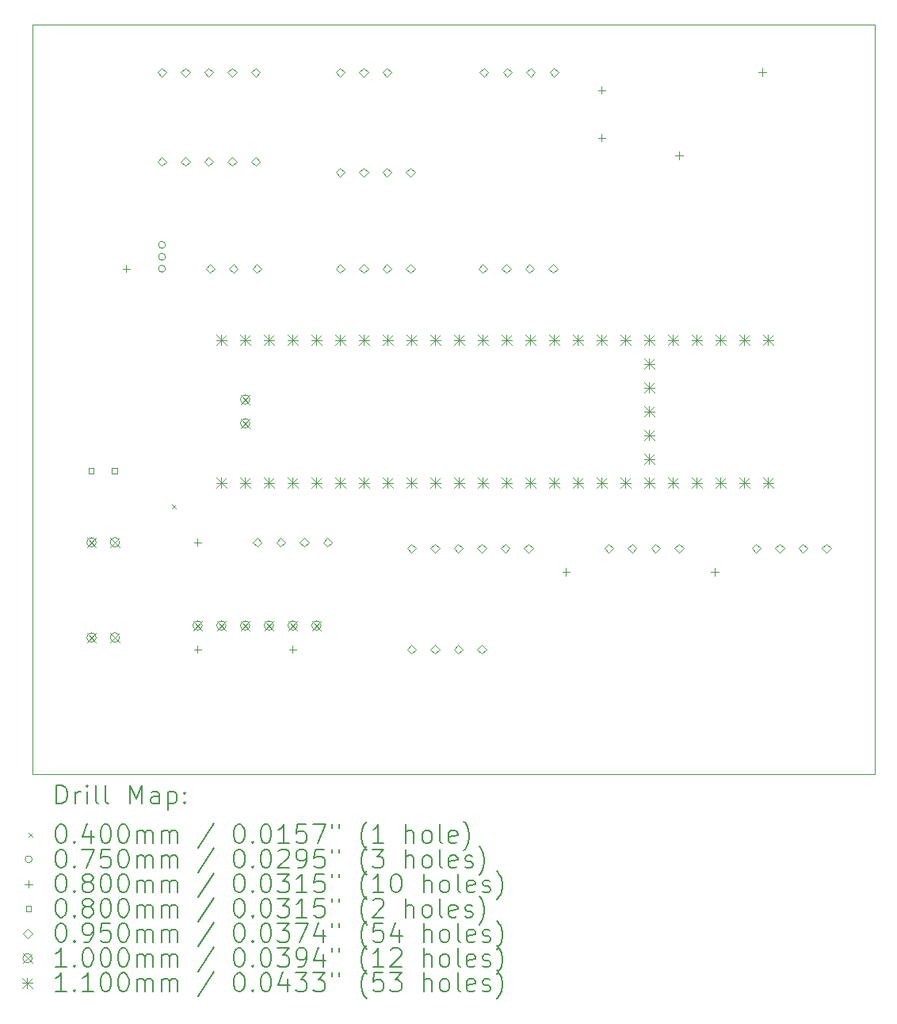
<source format=gbr>
%TF.GenerationSoftware,KiCad,Pcbnew,8.0.3*%
%TF.CreationDate,2024-06-28T11:22:52+02:00*%
%TF.ProjectId,Bobbycar_wiring,426f6262-7963-4617-925f-776972696e67,rev?*%
%TF.SameCoordinates,Original*%
%TF.FileFunction,Drillmap*%
%TF.FilePolarity,Positive*%
%FSLAX45Y45*%
G04 Gerber Fmt 4.5, Leading zero omitted, Abs format (unit mm)*
G04 Created by KiCad (PCBNEW 8.0.3) date 2024-06-28 11:22:52*
%MOMM*%
%LPD*%
G01*
G04 APERTURE LIST*
%ADD10C,0.100000*%
%ADD11C,0.200000*%
%ADD12C,0.110000*%
G04 APERTURE END LIST*
D10*
X7000000Y-4000000D02*
X16000000Y-4000000D01*
X16000000Y-12000000D01*
X7000000Y-12000000D01*
X7000000Y-4000000D01*
D11*
D10*
X8489000Y-9124000D02*
X8529000Y-9164000D01*
X8529000Y-9124000D02*
X8489000Y-9164000D01*
X8419500Y-6350000D02*
G75*
G02*
X8344500Y-6350000I-37500J0D01*
G01*
X8344500Y-6350000D02*
G75*
G02*
X8419500Y-6350000I37500J0D01*
G01*
X8419500Y-6477000D02*
G75*
G02*
X8344500Y-6477000I-37500J0D01*
G01*
X8344500Y-6477000D02*
G75*
G02*
X8419500Y-6477000I37500J0D01*
G01*
X8419500Y-6604000D02*
G75*
G02*
X8344500Y-6604000I-37500J0D01*
G01*
X8344500Y-6604000D02*
G75*
G02*
X8419500Y-6604000I37500J0D01*
G01*
X8001000Y-6564000D02*
X8001000Y-6644000D01*
X7961000Y-6604000D02*
X8041000Y-6604000D01*
X8763000Y-9485000D02*
X8763000Y-9565000D01*
X8723000Y-9525000D02*
X8803000Y-9525000D01*
X8763000Y-10628000D02*
X8763000Y-10708000D01*
X8723000Y-10668000D02*
X8803000Y-10668000D01*
X9779000Y-10628000D02*
X9779000Y-10708000D01*
X9739000Y-10668000D02*
X9819000Y-10668000D01*
X12700000Y-9802500D02*
X12700000Y-9882500D01*
X12660000Y-9842500D02*
X12740000Y-9842500D01*
X13081000Y-4659000D02*
X13081000Y-4739000D01*
X13041000Y-4699000D02*
X13121000Y-4699000D01*
X13081000Y-5167000D02*
X13081000Y-5247000D01*
X13041000Y-5207000D02*
X13121000Y-5207000D01*
X13906500Y-5357500D02*
X13906500Y-5437500D01*
X13866500Y-5397500D02*
X13946500Y-5397500D01*
X14287500Y-9802500D02*
X14287500Y-9882500D01*
X14247500Y-9842500D02*
X14327500Y-9842500D01*
X14795500Y-4468500D02*
X14795500Y-4548500D01*
X14755500Y-4508500D02*
X14835500Y-4508500D01*
X7652284Y-8791285D02*
X7652284Y-8734716D01*
X7595715Y-8734716D01*
X7595715Y-8791285D01*
X7652284Y-8791285D01*
X7902284Y-8791285D02*
X7902284Y-8734716D01*
X7845715Y-8734716D01*
X7845715Y-8791285D01*
X7902284Y-8791285D01*
X8382000Y-4556300D02*
X8429500Y-4508800D01*
X8382000Y-4461300D01*
X8334500Y-4508800D01*
X8382000Y-4556300D01*
X8382000Y-5508500D02*
X8429500Y-5461000D01*
X8382000Y-5413500D01*
X8334500Y-5461000D01*
X8382000Y-5508500D01*
X8632000Y-4556300D02*
X8679500Y-4508800D01*
X8632000Y-4461300D01*
X8584500Y-4508800D01*
X8632000Y-4556300D01*
X8632000Y-5508500D02*
X8679500Y-5461000D01*
X8632000Y-5413500D01*
X8584500Y-5461000D01*
X8632000Y-5508500D01*
X8882000Y-4556300D02*
X8929500Y-4508800D01*
X8882000Y-4461300D01*
X8834500Y-4508800D01*
X8882000Y-4556300D01*
X8882000Y-5508500D02*
X8929500Y-5461000D01*
X8882000Y-5413500D01*
X8834500Y-5461000D01*
X8882000Y-5508500D01*
X8898000Y-6651500D02*
X8945500Y-6604000D01*
X8898000Y-6556500D01*
X8850500Y-6604000D01*
X8898000Y-6651500D01*
X9132000Y-4556300D02*
X9179500Y-4508800D01*
X9132000Y-4461300D01*
X9084500Y-4508800D01*
X9132000Y-4556300D01*
X9132000Y-5508500D02*
X9179500Y-5461000D01*
X9132000Y-5413500D01*
X9084500Y-5461000D01*
X9132000Y-5508500D01*
X9148000Y-6651500D02*
X9195500Y-6604000D01*
X9148000Y-6556500D01*
X9100500Y-6604000D01*
X9148000Y-6651500D01*
X9382000Y-4556300D02*
X9429500Y-4508800D01*
X9382000Y-4461300D01*
X9334500Y-4508800D01*
X9382000Y-4556300D01*
X9382000Y-5508500D02*
X9429500Y-5461000D01*
X9382000Y-5413500D01*
X9334500Y-5461000D01*
X9382000Y-5508500D01*
X9398000Y-6651500D02*
X9445500Y-6604000D01*
X9398000Y-6556500D01*
X9350500Y-6604000D01*
X9398000Y-6651500D01*
X9402000Y-9572500D02*
X9449500Y-9525000D01*
X9402000Y-9477500D01*
X9354500Y-9525000D01*
X9402000Y-9572500D01*
X9652000Y-9572500D02*
X9699500Y-9525000D01*
X9652000Y-9477500D01*
X9604500Y-9525000D01*
X9652000Y-9572500D01*
X9902000Y-9572500D02*
X9949500Y-9525000D01*
X9902000Y-9477500D01*
X9854500Y-9525000D01*
X9902000Y-9572500D01*
X10152000Y-9572500D02*
X10199500Y-9525000D01*
X10152000Y-9477500D01*
X10104500Y-9525000D01*
X10152000Y-9572500D01*
X10287000Y-4556300D02*
X10334500Y-4508800D01*
X10287000Y-4461300D01*
X10239500Y-4508800D01*
X10287000Y-4556300D01*
X10287000Y-5624500D02*
X10334500Y-5577000D01*
X10287000Y-5529500D01*
X10239500Y-5577000D01*
X10287000Y-5624500D01*
X10287000Y-6651500D02*
X10334500Y-6604000D01*
X10287000Y-6556500D01*
X10239500Y-6604000D01*
X10287000Y-6651500D01*
X10537000Y-4556300D02*
X10584500Y-4508800D01*
X10537000Y-4461300D01*
X10489500Y-4508800D01*
X10537000Y-4556300D01*
X10537000Y-5624500D02*
X10584500Y-5577000D01*
X10537000Y-5529500D01*
X10489500Y-5577000D01*
X10537000Y-5624500D01*
X10537000Y-6651500D02*
X10584500Y-6604000D01*
X10537000Y-6556500D01*
X10489500Y-6604000D01*
X10537000Y-6651500D01*
X10787000Y-4556300D02*
X10834500Y-4508800D01*
X10787000Y-4461300D01*
X10739500Y-4508800D01*
X10787000Y-4556300D01*
X10787000Y-5624500D02*
X10834500Y-5577000D01*
X10787000Y-5529500D01*
X10739500Y-5577000D01*
X10787000Y-5624500D01*
X10787000Y-6651500D02*
X10834500Y-6604000D01*
X10787000Y-6556500D01*
X10739500Y-6604000D01*
X10787000Y-6651500D01*
X11037000Y-5624500D02*
X11084500Y-5577000D01*
X11037000Y-5529500D01*
X10989500Y-5577000D01*
X11037000Y-5624500D01*
X11037000Y-6651500D02*
X11084500Y-6604000D01*
X11037000Y-6556500D01*
X10989500Y-6604000D01*
X11037000Y-6651500D01*
X11049000Y-9636000D02*
X11096500Y-9588500D01*
X11049000Y-9541000D01*
X11001500Y-9588500D01*
X11049000Y-9636000D01*
X11049000Y-10715500D02*
X11096500Y-10668000D01*
X11049000Y-10620500D01*
X11001500Y-10668000D01*
X11049000Y-10715500D01*
X11299000Y-9636000D02*
X11346500Y-9588500D01*
X11299000Y-9541000D01*
X11251500Y-9588500D01*
X11299000Y-9636000D01*
X11299000Y-10715500D02*
X11346500Y-10668000D01*
X11299000Y-10620500D01*
X11251500Y-10668000D01*
X11299000Y-10715500D01*
X11549000Y-9636000D02*
X11596500Y-9588500D01*
X11549000Y-9541000D01*
X11501500Y-9588500D01*
X11549000Y-9636000D01*
X11549000Y-10715500D02*
X11596500Y-10668000D01*
X11549000Y-10620500D01*
X11501500Y-10668000D01*
X11549000Y-10715500D01*
X11799000Y-9636000D02*
X11846500Y-9588500D01*
X11799000Y-9541000D01*
X11751500Y-9588500D01*
X11799000Y-9636000D01*
X11799000Y-10715500D02*
X11846500Y-10668000D01*
X11799000Y-10620500D01*
X11751500Y-10668000D01*
X11799000Y-10715500D01*
X11811000Y-6651500D02*
X11858500Y-6604000D01*
X11811000Y-6556500D01*
X11763500Y-6604000D01*
X11811000Y-6651500D01*
X11823000Y-4556000D02*
X11870500Y-4508500D01*
X11823000Y-4461000D01*
X11775500Y-4508500D01*
X11823000Y-4556000D01*
X12049000Y-9636000D02*
X12096500Y-9588500D01*
X12049000Y-9541000D01*
X12001500Y-9588500D01*
X12049000Y-9636000D01*
X12061000Y-6651500D02*
X12108500Y-6604000D01*
X12061000Y-6556500D01*
X12013500Y-6604000D01*
X12061000Y-6651500D01*
X12073000Y-4556000D02*
X12120500Y-4508500D01*
X12073000Y-4461000D01*
X12025500Y-4508500D01*
X12073000Y-4556000D01*
X12299000Y-9636000D02*
X12346500Y-9588500D01*
X12299000Y-9541000D01*
X12251500Y-9588500D01*
X12299000Y-9636000D01*
X12311000Y-6651500D02*
X12358500Y-6604000D01*
X12311000Y-6556500D01*
X12263500Y-6604000D01*
X12311000Y-6651500D01*
X12323000Y-4556000D02*
X12370500Y-4508500D01*
X12323000Y-4461000D01*
X12275500Y-4508500D01*
X12323000Y-4556000D01*
X12561000Y-6651500D02*
X12608500Y-6604000D01*
X12561000Y-6556500D01*
X12513500Y-6604000D01*
X12561000Y-6651500D01*
X12573000Y-4556000D02*
X12620500Y-4508500D01*
X12573000Y-4461000D01*
X12525500Y-4508500D01*
X12573000Y-4556000D01*
X13156500Y-9636000D02*
X13204000Y-9588500D01*
X13156500Y-9541000D01*
X13109000Y-9588500D01*
X13156500Y-9636000D01*
X13406500Y-9636000D02*
X13454000Y-9588500D01*
X13406500Y-9541000D01*
X13359000Y-9588500D01*
X13406500Y-9636000D01*
X13656500Y-9636000D02*
X13704000Y-9588500D01*
X13656500Y-9541000D01*
X13609000Y-9588500D01*
X13656500Y-9636000D01*
X13906500Y-9636000D02*
X13954000Y-9588500D01*
X13906500Y-9541000D01*
X13859000Y-9588500D01*
X13906500Y-9636000D01*
X14732000Y-9636000D02*
X14779500Y-9588500D01*
X14732000Y-9541000D01*
X14684500Y-9588500D01*
X14732000Y-9636000D01*
X14982000Y-9636000D02*
X15029500Y-9588500D01*
X14982000Y-9541000D01*
X14934500Y-9588500D01*
X14982000Y-9636000D01*
X15232000Y-9636000D02*
X15279500Y-9588500D01*
X15232000Y-9541000D01*
X15184500Y-9588500D01*
X15232000Y-9636000D01*
X15482000Y-9636000D02*
X15529500Y-9588500D01*
X15482000Y-9541000D01*
X15434500Y-9588500D01*
X15482000Y-9636000D01*
X7579000Y-9475000D02*
X7679000Y-9575000D01*
X7679000Y-9475000D02*
X7579000Y-9575000D01*
X7679000Y-9525000D02*
G75*
G02*
X7579000Y-9525000I-50000J0D01*
G01*
X7579000Y-9525000D02*
G75*
G02*
X7679000Y-9525000I50000J0D01*
G01*
X7579000Y-10491000D02*
X7679000Y-10591000D01*
X7679000Y-10491000D02*
X7579000Y-10591000D01*
X7679000Y-10541000D02*
G75*
G02*
X7579000Y-10541000I-50000J0D01*
G01*
X7579000Y-10541000D02*
G75*
G02*
X7679000Y-10541000I50000J0D01*
G01*
X7829000Y-9475000D02*
X7929000Y-9575000D01*
X7929000Y-9475000D02*
X7829000Y-9575000D01*
X7929000Y-9525000D02*
G75*
G02*
X7829000Y-9525000I-50000J0D01*
G01*
X7829000Y-9525000D02*
G75*
G02*
X7929000Y-9525000I50000J0D01*
G01*
X7829000Y-10491000D02*
X7929000Y-10591000D01*
X7929000Y-10491000D02*
X7829000Y-10591000D01*
X7929000Y-10541000D02*
G75*
G02*
X7829000Y-10541000I-50000J0D01*
G01*
X7829000Y-10541000D02*
G75*
G02*
X7929000Y-10541000I50000J0D01*
G01*
X8713000Y-10364000D02*
X8813000Y-10464000D01*
X8813000Y-10364000D02*
X8713000Y-10464000D01*
X8813000Y-10414000D02*
G75*
G02*
X8713000Y-10414000I-50000J0D01*
G01*
X8713000Y-10414000D02*
G75*
G02*
X8813000Y-10414000I50000J0D01*
G01*
X8967000Y-10364000D02*
X9067000Y-10464000D01*
X9067000Y-10364000D02*
X8967000Y-10464000D01*
X9067000Y-10414000D02*
G75*
G02*
X8967000Y-10414000I-50000J0D01*
G01*
X8967000Y-10414000D02*
G75*
G02*
X9067000Y-10414000I50000J0D01*
G01*
X9221000Y-7951000D02*
X9321000Y-8051000D01*
X9321000Y-7951000D02*
X9221000Y-8051000D01*
X9321000Y-8001000D02*
G75*
G02*
X9221000Y-8001000I-50000J0D01*
G01*
X9221000Y-8001000D02*
G75*
G02*
X9321000Y-8001000I50000J0D01*
G01*
X9221000Y-8205000D02*
X9321000Y-8305000D01*
X9321000Y-8205000D02*
X9221000Y-8305000D01*
X9321000Y-8255000D02*
G75*
G02*
X9221000Y-8255000I-50000J0D01*
G01*
X9221000Y-8255000D02*
G75*
G02*
X9321000Y-8255000I50000J0D01*
G01*
X9221000Y-10364000D02*
X9321000Y-10464000D01*
X9321000Y-10364000D02*
X9221000Y-10464000D01*
X9321000Y-10414000D02*
G75*
G02*
X9221000Y-10414000I-50000J0D01*
G01*
X9221000Y-10414000D02*
G75*
G02*
X9321000Y-10414000I50000J0D01*
G01*
X9475000Y-10364000D02*
X9575000Y-10464000D01*
X9575000Y-10364000D02*
X9475000Y-10464000D01*
X9575000Y-10414000D02*
G75*
G02*
X9475000Y-10414000I-50000J0D01*
G01*
X9475000Y-10414000D02*
G75*
G02*
X9575000Y-10414000I50000J0D01*
G01*
X9729000Y-10364000D02*
X9829000Y-10464000D01*
X9829000Y-10364000D02*
X9729000Y-10464000D01*
X9829000Y-10414000D02*
G75*
G02*
X9729000Y-10414000I-50000J0D01*
G01*
X9729000Y-10414000D02*
G75*
G02*
X9829000Y-10414000I50000J0D01*
G01*
X9983000Y-10364000D02*
X10083000Y-10464000D01*
X10083000Y-10364000D02*
X9983000Y-10464000D01*
X10083000Y-10414000D02*
G75*
G02*
X9983000Y-10414000I-50000J0D01*
G01*
X9983000Y-10414000D02*
G75*
G02*
X10083000Y-10414000I50000J0D01*
G01*
D12*
X8962000Y-7311000D02*
X9072000Y-7421000D01*
X9072000Y-7311000D02*
X8962000Y-7421000D01*
X9017000Y-7311000D02*
X9017000Y-7421000D01*
X8962000Y-7366000D02*
X9072000Y-7366000D01*
X8962000Y-8835000D02*
X9072000Y-8945000D01*
X9072000Y-8835000D02*
X8962000Y-8945000D01*
X9017000Y-8835000D02*
X9017000Y-8945000D01*
X8962000Y-8890000D02*
X9072000Y-8890000D01*
X9216000Y-7311000D02*
X9326000Y-7421000D01*
X9326000Y-7311000D02*
X9216000Y-7421000D01*
X9271000Y-7311000D02*
X9271000Y-7421000D01*
X9216000Y-7366000D02*
X9326000Y-7366000D01*
X9216000Y-8835000D02*
X9326000Y-8945000D01*
X9326000Y-8835000D02*
X9216000Y-8945000D01*
X9271000Y-8835000D02*
X9271000Y-8945000D01*
X9216000Y-8890000D02*
X9326000Y-8890000D01*
X9470000Y-7311000D02*
X9580000Y-7421000D01*
X9580000Y-7311000D02*
X9470000Y-7421000D01*
X9525000Y-7311000D02*
X9525000Y-7421000D01*
X9470000Y-7366000D02*
X9580000Y-7366000D01*
X9470000Y-8835000D02*
X9580000Y-8945000D01*
X9580000Y-8835000D02*
X9470000Y-8945000D01*
X9525000Y-8835000D02*
X9525000Y-8945000D01*
X9470000Y-8890000D02*
X9580000Y-8890000D01*
X9724000Y-7311000D02*
X9834000Y-7421000D01*
X9834000Y-7311000D02*
X9724000Y-7421000D01*
X9779000Y-7311000D02*
X9779000Y-7421000D01*
X9724000Y-7366000D02*
X9834000Y-7366000D01*
X9724000Y-8835000D02*
X9834000Y-8945000D01*
X9834000Y-8835000D02*
X9724000Y-8945000D01*
X9779000Y-8835000D02*
X9779000Y-8945000D01*
X9724000Y-8890000D02*
X9834000Y-8890000D01*
X9978000Y-7311000D02*
X10088000Y-7421000D01*
X10088000Y-7311000D02*
X9978000Y-7421000D01*
X10033000Y-7311000D02*
X10033000Y-7421000D01*
X9978000Y-7366000D02*
X10088000Y-7366000D01*
X9978000Y-8835000D02*
X10088000Y-8945000D01*
X10088000Y-8835000D02*
X9978000Y-8945000D01*
X10033000Y-8835000D02*
X10033000Y-8945000D01*
X9978000Y-8890000D02*
X10088000Y-8890000D01*
X10232000Y-7311000D02*
X10342000Y-7421000D01*
X10342000Y-7311000D02*
X10232000Y-7421000D01*
X10287000Y-7311000D02*
X10287000Y-7421000D01*
X10232000Y-7366000D02*
X10342000Y-7366000D01*
X10232000Y-8835000D02*
X10342000Y-8945000D01*
X10342000Y-8835000D02*
X10232000Y-8945000D01*
X10287000Y-8835000D02*
X10287000Y-8945000D01*
X10232000Y-8890000D02*
X10342000Y-8890000D01*
X10486000Y-7311000D02*
X10596000Y-7421000D01*
X10596000Y-7311000D02*
X10486000Y-7421000D01*
X10541000Y-7311000D02*
X10541000Y-7421000D01*
X10486000Y-7366000D02*
X10596000Y-7366000D01*
X10486000Y-8835000D02*
X10596000Y-8945000D01*
X10596000Y-8835000D02*
X10486000Y-8945000D01*
X10541000Y-8835000D02*
X10541000Y-8945000D01*
X10486000Y-8890000D02*
X10596000Y-8890000D01*
X10740000Y-7311000D02*
X10850000Y-7421000D01*
X10850000Y-7311000D02*
X10740000Y-7421000D01*
X10795000Y-7311000D02*
X10795000Y-7421000D01*
X10740000Y-7366000D02*
X10850000Y-7366000D01*
X10740000Y-8835000D02*
X10850000Y-8945000D01*
X10850000Y-8835000D02*
X10740000Y-8945000D01*
X10795000Y-8835000D02*
X10795000Y-8945000D01*
X10740000Y-8890000D02*
X10850000Y-8890000D01*
X10994000Y-7311000D02*
X11104000Y-7421000D01*
X11104000Y-7311000D02*
X10994000Y-7421000D01*
X11049000Y-7311000D02*
X11049000Y-7421000D01*
X10994000Y-7366000D02*
X11104000Y-7366000D01*
X10994000Y-8835000D02*
X11104000Y-8945000D01*
X11104000Y-8835000D02*
X10994000Y-8945000D01*
X11049000Y-8835000D02*
X11049000Y-8945000D01*
X10994000Y-8890000D02*
X11104000Y-8890000D01*
X11248000Y-7311000D02*
X11358000Y-7421000D01*
X11358000Y-7311000D02*
X11248000Y-7421000D01*
X11303000Y-7311000D02*
X11303000Y-7421000D01*
X11248000Y-7366000D02*
X11358000Y-7366000D01*
X11248000Y-8835000D02*
X11358000Y-8945000D01*
X11358000Y-8835000D02*
X11248000Y-8945000D01*
X11303000Y-8835000D02*
X11303000Y-8945000D01*
X11248000Y-8890000D02*
X11358000Y-8890000D01*
X11502000Y-7311000D02*
X11612000Y-7421000D01*
X11612000Y-7311000D02*
X11502000Y-7421000D01*
X11557000Y-7311000D02*
X11557000Y-7421000D01*
X11502000Y-7366000D02*
X11612000Y-7366000D01*
X11502000Y-8835000D02*
X11612000Y-8945000D01*
X11612000Y-8835000D02*
X11502000Y-8945000D01*
X11557000Y-8835000D02*
X11557000Y-8945000D01*
X11502000Y-8890000D02*
X11612000Y-8890000D01*
X11756000Y-7311000D02*
X11866000Y-7421000D01*
X11866000Y-7311000D02*
X11756000Y-7421000D01*
X11811000Y-7311000D02*
X11811000Y-7421000D01*
X11756000Y-7366000D02*
X11866000Y-7366000D01*
X11756000Y-8835000D02*
X11866000Y-8945000D01*
X11866000Y-8835000D02*
X11756000Y-8945000D01*
X11811000Y-8835000D02*
X11811000Y-8945000D01*
X11756000Y-8890000D02*
X11866000Y-8890000D01*
X12010000Y-7311000D02*
X12120000Y-7421000D01*
X12120000Y-7311000D02*
X12010000Y-7421000D01*
X12065000Y-7311000D02*
X12065000Y-7421000D01*
X12010000Y-7366000D02*
X12120000Y-7366000D01*
X12010000Y-8835000D02*
X12120000Y-8945000D01*
X12120000Y-8835000D02*
X12010000Y-8945000D01*
X12065000Y-8835000D02*
X12065000Y-8945000D01*
X12010000Y-8890000D02*
X12120000Y-8890000D01*
X12264000Y-7311000D02*
X12374000Y-7421000D01*
X12374000Y-7311000D02*
X12264000Y-7421000D01*
X12319000Y-7311000D02*
X12319000Y-7421000D01*
X12264000Y-7366000D02*
X12374000Y-7366000D01*
X12264000Y-8835000D02*
X12374000Y-8945000D01*
X12374000Y-8835000D02*
X12264000Y-8945000D01*
X12319000Y-8835000D02*
X12319000Y-8945000D01*
X12264000Y-8890000D02*
X12374000Y-8890000D01*
X12518000Y-7311000D02*
X12628000Y-7421000D01*
X12628000Y-7311000D02*
X12518000Y-7421000D01*
X12573000Y-7311000D02*
X12573000Y-7421000D01*
X12518000Y-7366000D02*
X12628000Y-7366000D01*
X12518000Y-8835000D02*
X12628000Y-8945000D01*
X12628000Y-8835000D02*
X12518000Y-8945000D01*
X12573000Y-8835000D02*
X12573000Y-8945000D01*
X12518000Y-8890000D02*
X12628000Y-8890000D01*
X12772000Y-7311000D02*
X12882000Y-7421000D01*
X12882000Y-7311000D02*
X12772000Y-7421000D01*
X12827000Y-7311000D02*
X12827000Y-7421000D01*
X12772000Y-7366000D02*
X12882000Y-7366000D01*
X12772000Y-8835000D02*
X12882000Y-8945000D01*
X12882000Y-8835000D02*
X12772000Y-8945000D01*
X12827000Y-8835000D02*
X12827000Y-8945000D01*
X12772000Y-8890000D02*
X12882000Y-8890000D01*
X13026000Y-7311000D02*
X13136000Y-7421000D01*
X13136000Y-7311000D02*
X13026000Y-7421000D01*
X13081000Y-7311000D02*
X13081000Y-7421000D01*
X13026000Y-7366000D02*
X13136000Y-7366000D01*
X13026000Y-8835000D02*
X13136000Y-8945000D01*
X13136000Y-8835000D02*
X13026000Y-8945000D01*
X13081000Y-8835000D02*
X13081000Y-8945000D01*
X13026000Y-8890000D02*
X13136000Y-8890000D01*
X13280000Y-7311000D02*
X13390000Y-7421000D01*
X13390000Y-7311000D02*
X13280000Y-7421000D01*
X13335000Y-7311000D02*
X13335000Y-7421000D01*
X13280000Y-7366000D02*
X13390000Y-7366000D01*
X13280000Y-8835000D02*
X13390000Y-8945000D01*
X13390000Y-8835000D02*
X13280000Y-8945000D01*
X13335000Y-8835000D02*
X13335000Y-8945000D01*
X13280000Y-8890000D02*
X13390000Y-8890000D01*
X13534000Y-7311000D02*
X13644000Y-7421000D01*
X13644000Y-7311000D02*
X13534000Y-7421000D01*
X13589000Y-7311000D02*
X13589000Y-7421000D01*
X13534000Y-7366000D02*
X13644000Y-7366000D01*
X13534000Y-7565000D02*
X13644000Y-7675000D01*
X13644000Y-7565000D02*
X13534000Y-7675000D01*
X13589000Y-7565000D02*
X13589000Y-7675000D01*
X13534000Y-7620000D02*
X13644000Y-7620000D01*
X13534000Y-7819000D02*
X13644000Y-7929000D01*
X13644000Y-7819000D02*
X13534000Y-7929000D01*
X13589000Y-7819000D02*
X13589000Y-7929000D01*
X13534000Y-7874000D02*
X13644000Y-7874000D01*
X13534000Y-8073000D02*
X13644000Y-8183000D01*
X13644000Y-8073000D02*
X13534000Y-8183000D01*
X13589000Y-8073000D02*
X13589000Y-8183000D01*
X13534000Y-8128000D02*
X13644000Y-8128000D01*
X13534000Y-8327000D02*
X13644000Y-8437000D01*
X13644000Y-8327000D02*
X13534000Y-8437000D01*
X13589000Y-8327000D02*
X13589000Y-8437000D01*
X13534000Y-8382000D02*
X13644000Y-8382000D01*
X13534000Y-8581000D02*
X13644000Y-8691000D01*
X13644000Y-8581000D02*
X13534000Y-8691000D01*
X13589000Y-8581000D02*
X13589000Y-8691000D01*
X13534000Y-8636000D02*
X13644000Y-8636000D01*
X13534000Y-8835000D02*
X13644000Y-8945000D01*
X13644000Y-8835000D02*
X13534000Y-8945000D01*
X13589000Y-8835000D02*
X13589000Y-8945000D01*
X13534000Y-8890000D02*
X13644000Y-8890000D01*
X13788000Y-7311000D02*
X13898000Y-7421000D01*
X13898000Y-7311000D02*
X13788000Y-7421000D01*
X13843000Y-7311000D02*
X13843000Y-7421000D01*
X13788000Y-7366000D02*
X13898000Y-7366000D01*
X13788000Y-8835000D02*
X13898000Y-8945000D01*
X13898000Y-8835000D02*
X13788000Y-8945000D01*
X13843000Y-8835000D02*
X13843000Y-8945000D01*
X13788000Y-8890000D02*
X13898000Y-8890000D01*
X14042000Y-7311000D02*
X14152000Y-7421000D01*
X14152000Y-7311000D02*
X14042000Y-7421000D01*
X14097000Y-7311000D02*
X14097000Y-7421000D01*
X14042000Y-7366000D02*
X14152000Y-7366000D01*
X14042000Y-8835000D02*
X14152000Y-8945000D01*
X14152000Y-8835000D02*
X14042000Y-8945000D01*
X14097000Y-8835000D02*
X14097000Y-8945000D01*
X14042000Y-8890000D02*
X14152000Y-8890000D01*
X14296000Y-7311000D02*
X14406000Y-7421000D01*
X14406000Y-7311000D02*
X14296000Y-7421000D01*
X14351000Y-7311000D02*
X14351000Y-7421000D01*
X14296000Y-7366000D02*
X14406000Y-7366000D01*
X14296000Y-8835000D02*
X14406000Y-8945000D01*
X14406000Y-8835000D02*
X14296000Y-8945000D01*
X14351000Y-8835000D02*
X14351000Y-8945000D01*
X14296000Y-8890000D02*
X14406000Y-8890000D01*
X14550000Y-7311000D02*
X14660000Y-7421000D01*
X14660000Y-7311000D02*
X14550000Y-7421000D01*
X14605000Y-7311000D02*
X14605000Y-7421000D01*
X14550000Y-7366000D02*
X14660000Y-7366000D01*
X14550000Y-8835000D02*
X14660000Y-8945000D01*
X14660000Y-8835000D02*
X14550000Y-8945000D01*
X14605000Y-8835000D02*
X14605000Y-8945000D01*
X14550000Y-8890000D02*
X14660000Y-8890000D01*
X14804000Y-7311000D02*
X14914000Y-7421000D01*
X14914000Y-7311000D02*
X14804000Y-7421000D01*
X14859000Y-7311000D02*
X14859000Y-7421000D01*
X14804000Y-7366000D02*
X14914000Y-7366000D01*
X14804000Y-8835000D02*
X14914000Y-8945000D01*
X14914000Y-8835000D02*
X14804000Y-8945000D01*
X14859000Y-8835000D02*
X14859000Y-8945000D01*
X14804000Y-8890000D02*
X14914000Y-8890000D01*
D11*
X7255777Y-12316484D02*
X7255777Y-12116484D01*
X7255777Y-12116484D02*
X7303396Y-12116484D01*
X7303396Y-12116484D02*
X7331967Y-12126008D01*
X7331967Y-12126008D02*
X7351015Y-12145055D01*
X7351015Y-12145055D02*
X7360539Y-12164103D01*
X7360539Y-12164103D02*
X7370062Y-12202198D01*
X7370062Y-12202198D02*
X7370062Y-12230769D01*
X7370062Y-12230769D02*
X7360539Y-12268865D01*
X7360539Y-12268865D02*
X7351015Y-12287912D01*
X7351015Y-12287912D02*
X7331967Y-12306960D01*
X7331967Y-12306960D02*
X7303396Y-12316484D01*
X7303396Y-12316484D02*
X7255777Y-12316484D01*
X7455777Y-12316484D02*
X7455777Y-12183150D01*
X7455777Y-12221246D02*
X7465301Y-12202198D01*
X7465301Y-12202198D02*
X7474824Y-12192674D01*
X7474824Y-12192674D02*
X7493872Y-12183150D01*
X7493872Y-12183150D02*
X7512920Y-12183150D01*
X7579586Y-12316484D02*
X7579586Y-12183150D01*
X7579586Y-12116484D02*
X7570062Y-12126008D01*
X7570062Y-12126008D02*
X7579586Y-12135531D01*
X7579586Y-12135531D02*
X7589110Y-12126008D01*
X7589110Y-12126008D02*
X7579586Y-12116484D01*
X7579586Y-12116484D02*
X7579586Y-12135531D01*
X7703396Y-12316484D02*
X7684348Y-12306960D01*
X7684348Y-12306960D02*
X7674824Y-12287912D01*
X7674824Y-12287912D02*
X7674824Y-12116484D01*
X7808158Y-12316484D02*
X7789110Y-12306960D01*
X7789110Y-12306960D02*
X7779586Y-12287912D01*
X7779586Y-12287912D02*
X7779586Y-12116484D01*
X8036729Y-12316484D02*
X8036729Y-12116484D01*
X8036729Y-12116484D02*
X8103396Y-12259341D01*
X8103396Y-12259341D02*
X8170062Y-12116484D01*
X8170062Y-12116484D02*
X8170062Y-12316484D01*
X8351015Y-12316484D02*
X8351015Y-12211722D01*
X8351015Y-12211722D02*
X8341491Y-12192674D01*
X8341491Y-12192674D02*
X8322443Y-12183150D01*
X8322443Y-12183150D02*
X8284348Y-12183150D01*
X8284348Y-12183150D02*
X8265301Y-12192674D01*
X8351015Y-12306960D02*
X8331967Y-12316484D01*
X8331967Y-12316484D02*
X8284348Y-12316484D01*
X8284348Y-12316484D02*
X8265301Y-12306960D01*
X8265301Y-12306960D02*
X8255777Y-12287912D01*
X8255777Y-12287912D02*
X8255777Y-12268865D01*
X8255777Y-12268865D02*
X8265301Y-12249817D01*
X8265301Y-12249817D02*
X8284348Y-12240293D01*
X8284348Y-12240293D02*
X8331967Y-12240293D01*
X8331967Y-12240293D02*
X8351015Y-12230769D01*
X8446253Y-12183150D02*
X8446253Y-12383150D01*
X8446253Y-12192674D02*
X8465301Y-12183150D01*
X8465301Y-12183150D02*
X8503396Y-12183150D01*
X8503396Y-12183150D02*
X8522444Y-12192674D01*
X8522444Y-12192674D02*
X8531967Y-12202198D01*
X8531967Y-12202198D02*
X8541491Y-12221246D01*
X8541491Y-12221246D02*
X8541491Y-12278388D01*
X8541491Y-12278388D02*
X8531967Y-12297436D01*
X8531967Y-12297436D02*
X8522444Y-12306960D01*
X8522444Y-12306960D02*
X8503396Y-12316484D01*
X8503396Y-12316484D02*
X8465301Y-12316484D01*
X8465301Y-12316484D02*
X8446253Y-12306960D01*
X8627205Y-12297436D02*
X8636729Y-12306960D01*
X8636729Y-12306960D02*
X8627205Y-12316484D01*
X8627205Y-12316484D02*
X8617682Y-12306960D01*
X8617682Y-12306960D02*
X8627205Y-12297436D01*
X8627205Y-12297436D02*
X8627205Y-12316484D01*
X8627205Y-12192674D02*
X8636729Y-12202198D01*
X8636729Y-12202198D02*
X8627205Y-12211722D01*
X8627205Y-12211722D02*
X8617682Y-12202198D01*
X8617682Y-12202198D02*
X8627205Y-12192674D01*
X8627205Y-12192674D02*
X8627205Y-12211722D01*
D10*
X6955000Y-12625000D02*
X6995000Y-12665000D01*
X6995000Y-12625000D02*
X6955000Y-12665000D01*
D11*
X7293872Y-12536484D02*
X7312920Y-12536484D01*
X7312920Y-12536484D02*
X7331967Y-12546008D01*
X7331967Y-12546008D02*
X7341491Y-12555531D01*
X7341491Y-12555531D02*
X7351015Y-12574579D01*
X7351015Y-12574579D02*
X7360539Y-12612674D01*
X7360539Y-12612674D02*
X7360539Y-12660293D01*
X7360539Y-12660293D02*
X7351015Y-12698388D01*
X7351015Y-12698388D02*
X7341491Y-12717436D01*
X7341491Y-12717436D02*
X7331967Y-12726960D01*
X7331967Y-12726960D02*
X7312920Y-12736484D01*
X7312920Y-12736484D02*
X7293872Y-12736484D01*
X7293872Y-12736484D02*
X7274824Y-12726960D01*
X7274824Y-12726960D02*
X7265301Y-12717436D01*
X7265301Y-12717436D02*
X7255777Y-12698388D01*
X7255777Y-12698388D02*
X7246253Y-12660293D01*
X7246253Y-12660293D02*
X7246253Y-12612674D01*
X7246253Y-12612674D02*
X7255777Y-12574579D01*
X7255777Y-12574579D02*
X7265301Y-12555531D01*
X7265301Y-12555531D02*
X7274824Y-12546008D01*
X7274824Y-12546008D02*
X7293872Y-12536484D01*
X7446253Y-12717436D02*
X7455777Y-12726960D01*
X7455777Y-12726960D02*
X7446253Y-12736484D01*
X7446253Y-12736484D02*
X7436729Y-12726960D01*
X7436729Y-12726960D02*
X7446253Y-12717436D01*
X7446253Y-12717436D02*
X7446253Y-12736484D01*
X7627205Y-12603150D02*
X7627205Y-12736484D01*
X7579586Y-12526960D02*
X7531967Y-12669817D01*
X7531967Y-12669817D02*
X7655777Y-12669817D01*
X7770062Y-12536484D02*
X7789110Y-12536484D01*
X7789110Y-12536484D02*
X7808158Y-12546008D01*
X7808158Y-12546008D02*
X7817682Y-12555531D01*
X7817682Y-12555531D02*
X7827205Y-12574579D01*
X7827205Y-12574579D02*
X7836729Y-12612674D01*
X7836729Y-12612674D02*
X7836729Y-12660293D01*
X7836729Y-12660293D02*
X7827205Y-12698388D01*
X7827205Y-12698388D02*
X7817682Y-12717436D01*
X7817682Y-12717436D02*
X7808158Y-12726960D01*
X7808158Y-12726960D02*
X7789110Y-12736484D01*
X7789110Y-12736484D02*
X7770062Y-12736484D01*
X7770062Y-12736484D02*
X7751015Y-12726960D01*
X7751015Y-12726960D02*
X7741491Y-12717436D01*
X7741491Y-12717436D02*
X7731967Y-12698388D01*
X7731967Y-12698388D02*
X7722443Y-12660293D01*
X7722443Y-12660293D02*
X7722443Y-12612674D01*
X7722443Y-12612674D02*
X7731967Y-12574579D01*
X7731967Y-12574579D02*
X7741491Y-12555531D01*
X7741491Y-12555531D02*
X7751015Y-12546008D01*
X7751015Y-12546008D02*
X7770062Y-12536484D01*
X7960539Y-12536484D02*
X7979586Y-12536484D01*
X7979586Y-12536484D02*
X7998634Y-12546008D01*
X7998634Y-12546008D02*
X8008158Y-12555531D01*
X8008158Y-12555531D02*
X8017682Y-12574579D01*
X8017682Y-12574579D02*
X8027205Y-12612674D01*
X8027205Y-12612674D02*
X8027205Y-12660293D01*
X8027205Y-12660293D02*
X8017682Y-12698388D01*
X8017682Y-12698388D02*
X8008158Y-12717436D01*
X8008158Y-12717436D02*
X7998634Y-12726960D01*
X7998634Y-12726960D02*
X7979586Y-12736484D01*
X7979586Y-12736484D02*
X7960539Y-12736484D01*
X7960539Y-12736484D02*
X7941491Y-12726960D01*
X7941491Y-12726960D02*
X7931967Y-12717436D01*
X7931967Y-12717436D02*
X7922443Y-12698388D01*
X7922443Y-12698388D02*
X7912920Y-12660293D01*
X7912920Y-12660293D02*
X7912920Y-12612674D01*
X7912920Y-12612674D02*
X7922443Y-12574579D01*
X7922443Y-12574579D02*
X7931967Y-12555531D01*
X7931967Y-12555531D02*
X7941491Y-12546008D01*
X7941491Y-12546008D02*
X7960539Y-12536484D01*
X8112920Y-12736484D02*
X8112920Y-12603150D01*
X8112920Y-12622198D02*
X8122443Y-12612674D01*
X8122443Y-12612674D02*
X8141491Y-12603150D01*
X8141491Y-12603150D02*
X8170063Y-12603150D01*
X8170063Y-12603150D02*
X8189110Y-12612674D01*
X8189110Y-12612674D02*
X8198634Y-12631722D01*
X8198634Y-12631722D02*
X8198634Y-12736484D01*
X8198634Y-12631722D02*
X8208158Y-12612674D01*
X8208158Y-12612674D02*
X8227205Y-12603150D01*
X8227205Y-12603150D02*
X8255777Y-12603150D01*
X8255777Y-12603150D02*
X8274824Y-12612674D01*
X8274824Y-12612674D02*
X8284348Y-12631722D01*
X8284348Y-12631722D02*
X8284348Y-12736484D01*
X8379586Y-12736484D02*
X8379586Y-12603150D01*
X8379586Y-12622198D02*
X8389110Y-12612674D01*
X8389110Y-12612674D02*
X8408158Y-12603150D01*
X8408158Y-12603150D02*
X8436729Y-12603150D01*
X8436729Y-12603150D02*
X8455777Y-12612674D01*
X8455777Y-12612674D02*
X8465301Y-12631722D01*
X8465301Y-12631722D02*
X8465301Y-12736484D01*
X8465301Y-12631722D02*
X8474825Y-12612674D01*
X8474825Y-12612674D02*
X8493872Y-12603150D01*
X8493872Y-12603150D02*
X8522444Y-12603150D01*
X8522444Y-12603150D02*
X8541491Y-12612674D01*
X8541491Y-12612674D02*
X8551015Y-12631722D01*
X8551015Y-12631722D02*
X8551015Y-12736484D01*
X8941491Y-12526960D02*
X8770063Y-12784103D01*
X9198634Y-12536484D02*
X9217682Y-12536484D01*
X9217682Y-12536484D02*
X9236729Y-12546008D01*
X9236729Y-12546008D02*
X9246253Y-12555531D01*
X9246253Y-12555531D02*
X9255777Y-12574579D01*
X9255777Y-12574579D02*
X9265301Y-12612674D01*
X9265301Y-12612674D02*
X9265301Y-12660293D01*
X9265301Y-12660293D02*
X9255777Y-12698388D01*
X9255777Y-12698388D02*
X9246253Y-12717436D01*
X9246253Y-12717436D02*
X9236729Y-12726960D01*
X9236729Y-12726960D02*
X9217682Y-12736484D01*
X9217682Y-12736484D02*
X9198634Y-12736484D01*
X9198634Y-12736484D02*
X9179587Y-12726960D01*
X9179587Y-12726960D02*
X9170063Y-12717436D01*
X9170063Y-12717436D02*
X9160539Y-12698388D01*
X9160539Y-12698388D02*
X9151015Y-12660293D01*
X9151015Y-12660293D02*
X9151015Y-12612674D01*
X9151015Y-12612674D02*
X9160539Y-12574579D01*
X9160539Y-12574579D02*
X9170063Y-12555531D01*
X9170063Y-12555531D02*
X9179587Y-12546008D01*
X9179587Y-12546008D02*
X9198634Y-12536484D01*
X9351015Y-12717436D02*
X9360539Y-12726960D01*
X9360539Y-12726960D02*
X9351015Y-12736484D01*
X9351015Y-12736484D02*
X9341491Y-12726960D01*
X9341491Y-12726960D02*
X9351015Y-12717436D01*
X9351015Y-12717436D02*
X9351015Y-12736484D01*
X9484348Y-12536484D02*
X9503396Y-12536484D01*
X9503396Y-12536484D02*
X9522444Y-12546008D01*
X9522444Y-12546008D02*
X9531968Y-12555531D01*
X9531968Y-12555531D02*
X9541491Y-12574579D01*
X9541491Y-12574579D02*
X9551015Y-12612674D01*
X9551015Y-12612674D02*
X9551015Y-12660293D01*
X9551015Y-12660293D02*
X9541491Y-12698388D01*
X9541491Y-12698388D02*
X9531968Y-12717436D01*
X9531968Y-12717436D02*
X9522444Y-12726960D01*
X9522444Y-12726960D02*
X9503396Y-12736484D01*
X9503396Y-12736484D02*
X9484348Y-12736484D01*
X9484348Y-12736484D02*
X9465301Y-12726960D01*
X9465301Y-12726960D02*
X9455777Y-12717436D01*
X9455777Y-12717436D02*
X9446253Y-12698388D01*
X9446253Y-12698388D02*
X9436729Y-12660293D01*
X9436729Y-12660293D02*
X9436729Y-12612674D01*
X9436729Y-12612674D02*
X9446253Y-12574579D01*
X9446253Y-12574579D02*
X9455777Y-12555531D01*
X9455777Y-12555531D02*
X9465301Y-12546008D01*
X9465301Y-12546008D02*
X9484348Y-12536484D01*
X9741491Y-12736484D02*
X9627206Y-12736484D01*
X9684348Y-12736484D02*
X9684348Y-12536484D01*
X9684348Y-12536484D02*
X9665301Y-12565055D01*
X9665301Y-12565055D02*
X9646253Y-12584103D01*
X9646253Y-12584103D02*
X9627206Y-12593627D01*
X9922444Y-12536484D02*
X9827206Y-12536484D01*
X9827206Y-12536484D02*
X9817682Y-12631722D01*
X9817682Y-12631722D02*
X9827206Y-12622198D01*
X9827206Y-12622198D02*
X9846253Y-12612674D01*
X9846253Y-12612674D02*
X9893872Y-12612674D01*
X9893872Y-12612674D02*
X9912920Y-12622198D01*
X9912920Y-12622198D02*
X9922444Y-12631722D01*
X9922444Y-12631722D02*
X9931968Y-12650769D01*
X9931968Y-12650769D02*
X9931968Y-12698388D01*
X9931968Y-12698388D02*
X9922444Y-12717436D01*
X9922444Y-12717436D02*
X9912920Y-12726960D01*
X9912920Y-12726960D02*
X9893872Y-12736484D01*
X9893872Y-12736484D02*
X9846253Y-12736484D01*
X9846253Y-12736484D02*
X9827206Y-12726960D01*
X9827206Y-12726960D02*
X9817682Y-12717436D01*
X9998634Y-12536484D02*
X10131968Y-12536484D01*
X10131968Y-12536484D02*
X10046253Y-12736484D01*
X10198634Y-12536484D02*
X10198634Y-12574579D01*
X10274825Y-12536484D02*
X10274825Y-12574579D01*
X10570063Y-12812674D02*
X10560539Y-12803150D01*
X10560539Y-12803150D02*
X10541491Y-12774579D01*
X10541491Y-12774579D02*
X10531968Y-12755531D01*
X10531968Y-12755531D02*
X10522444Y-12726960D01*
X10522444Y-12726960D02*
X10512920Y-12679341D01*
X10512920Y-12679341D02*
X10512920Y-12641246D01*
X10512920Y-12641246D02*
X10522444Y-12593627D01*
X10522444Y-12593627D02*
X10531968Y-12565055D01*
X10531968Y-12565055D02*
X10541491Y-12546008D01*
X10541491Y-12546008D02*
X10560539Y-12517436D01*
X10560539Y-12517436D02*
X10570063Y-12507912D01*
X10751015Y-12736484D02*
X10636730Y-12736484D01*
X10693872Y-12736484D02*
X10693872Y-12536484D01*
X10693872Y-12536484D02*
X10674825Y-12565055D01*
X10674825Y-12565055D02*
X10655777Y-12584103D01*
X10655777Y-12584103D02*
X10636730Y-12593627D01*
X10989111Y-12736484D02*
X10989111Y-12536484D01*
X11074825Y-12736484D02*
X11074825Y-12631722D01*
X11074825Y-12631722D02*
X11065301Y-12612674D01*
X11065301Y-12612674D02*
X11046253Y-12603150D01*
X11046253Y-12603150D02*
X11017682Y-12603150D01*
X11017682Y-12603150D02*
X10998634Y-12612674D01*
X10998634Y-12612674D02*
X10989111Y-12622198D01*
X11198634Y-12736484D02*
X11179587Y-12726960D01*
X11179587Y-12726960D02*
X11170063Y-12717436D01*
X11170063Y-12717436D02*
X11160539Y-12698388D01*
X11160539Y-12698388D02*
X11160539Y-12641246D01*
X11160539Y-12641246D02*
X11170063Y-12622198D01*
X11170063Y-12622198D02*
X11179587Y-12612674D01*
X11179587Y-12612674D02*
X11198634Y-12603150D01*
X11198634Y-12603150D02*
X11227206Y-12603150D01*
X11227206Y-12603150D02*
X11246253Y-12612674D01*
X11246253Y-12612674D02*
X11255777Y-12622198D01*
X11255777Y-12622198D02*
X11265301Y-12641246D01*
X11265301Y-12641246D02*
X11265301Y-12698388D01*
X11265301Y-12698388D02*
X11255777Y-12717436D01*
X11255777Y-12717436D02*
X11246253Y-12726960D01*
X11246253Y-12726960D02*
X11227206Y-12736484D01*
X11227206Y-12736484D02*
X11198634Y-12736484D01*
X11379587Y-12736484D02*
X11360539Y-12726960D01*
X11360539Y-12726960D02*
X11351015Y-12707912D01*
X11351015Y-12707912D02*
X11351015Y-12536484D01*
X11531968Y-12726960D02*
X11512920Y-12736484D01*
X11512920Y-12736484D02*
X11474825Y-12736484D01*
X11474825Y-12736484D02*
X11455777Y-12726960D01*
X11455777Y-12726960D02*
X11446253Y-12707912D01*
X11446253Y-12707912D02*
X11446253Y-12631722D01*
X11446253Y-12631722D02*
X11455777Y-12612674D01*
X11455777Y-12612674D02*
X11474825Y-12603150D01*
X11474825Y-12603150D02*
X11512920Y-12603150D01*
X11512920Y-12603150D02*
X11531968Y-12612674D01*
X11531968Y-12612674D02*
X11541491Y-12631722D01*
X11541491Y-12631722D02*
X11541491Y-12650769D01*
X11541491Y-12650769D02*
X11446253Y-12669817D01*
X11608158Y-12812674D02*
X11617682Y-12803150D01*
X11617682Y-12803150D02*
X11636730Y-12774579D01*
X11636730Y-12774579D02*
X11646253Y-12755531D01*
X11646253Y-12755531D02*
X11655777Y-12726960D01*
X11655777Y-12726960D02*
X11665301Y-12679341D01*
X11665301Y-12679341D02*
X11665301Y-12641246D01*
X11665301Y-12641246D02*
X11655777Y-12593627D01*
X11655777Y-12593627D02*
X11646253Y-12565055D01*
X11646253Y-12565055D02*
X11636730Y-12546008D01*
X11636730Y-12546008D02*
X11617682Y-12517436D01*
X11617682Y-12517436D02*
X11608158Y-12507912D01*
D10*
X6995000Y-12909000D02*
G75*
G02*
X6920000Y-12909000I-37500J0D01*
G01*
X6920000Y-12909000D02*
G75*
G02*
X6995000Y-12909000I37500J0D01*
G01*
D11*
X7293872Y-12800484D02*
X7312920Y-12800484D01*
X7312920Y-12800484D02*
X7331967Y-12810008D01*
X7331967Y-12810008D02*
X7341491Y-12819531D01*
X7341491Y-12819531D02*
X7351015Y-12838579D01*
X7351015Y-12838579D02*
X7360539Y-12876674D01*
X7360539Y-12876674D02*
X7360539Y-12924293D01*
X7360539Y-12924293D02*
X7351015Y-12962388D01*
X7351015Y-12962388D02*
X7341491Y-12981436D01*
X7341491Y-12981436D02*
X7331967Y-12990960D01*
X7331967Y-12990960D02*
X7312920Y-13000484D01*
X7312920Y-13000484D02*
X7293872Y-13000484D01*
X7293872Y-13000484D02*
X7274824Y-12990960D01*
X7274824Y-12990960D02*
X7265301Y-12981436D01*
X7265301Y-12981436D02*
X7255777Y-12962388D01*
X7255777Y-12962388D02*
X7246253Y-12924293D01*
X7246253Y-12924293D02*
X7246253Y-12876674D01*
X7246253Y-12876674D02*
X7255777Y-12838579D01*
X7255777Y-12838579D02*
X7265301Y-12819531D01*
X7265301Y-12819531D02*
X7274824Y-12810008D01*
X7274824Y-12810008D02*
X7293872Y-12800484D01*
X7446253Y-12981436D02*
X7455777Y-12990960D01*
X7455777Y-12990960D02*
X7446253Y-13000484D01*
X7446253Y-13000484D02*
X7436729Y-12990960D01*
X7436729Y-12990960D02*
X7446253Y-12981436D01*
X7446253Y-12981436D02*
X7446253Y-13000484D01*
X7522443Y-12800484D02*
X7655777Y-12800484D01*
X7655777Y-12800484D02*
X7570062Y-13000484D01*
X7827205Y-12800484D02*
X7731967Y-12800484D01*
X7731967Y-12800484D02*
X7722443Y-12895722D01*
X7722443Y-12895722D02*
X7731967Y-12886198D01*
X7731967Y-12886198D02*
X7751015Y-12876674D01*
X7751015Y-12876674D02*
X7798634Y-12876674D01*
X7798634Y-12876674D02*
X7817682Y-12886198D01*
X7817682Y-12886198D02*
X7827205Y-12895722D01*
X7827205Y-12895722D02*
X7836729Y-12914769D01*
X7836729Y-12914769D02*
X7836729Y-12962388D01*
X7836729Y-12962388D02*
X7827205Y-12981436D01*
X7827205Y-12981436D02*
X7817682Y-12990960D01*
X7817682Y-12990960D02*
X7798634Y-13000484D01*
X7798634Y-13000484D02*
X7751015Y-13000484D01*
X7751015Y-13000484D02*
X7731967Y-12990960D01*
X7731967Y-12990960D02*
X7722443Y-12981436D01*
X7960539Y-12800484D02*
X7979586Y-12800484D01*
X7979586Y-12800484D02*
X7998634Y-12810008D01*
X7998634Y-12810008D02*
X8008158Y-12819531D01*
X8008158Y-12819531D02*
X8017682Y-12838579D01*
X8017682Y-12838579D02*
X8027205Y-12876674D01*
X8027205Y-12876674D02*
X8027205Y-12924293D01*
X8027205Y-12924293D02*
X8017682Y-12962388D01*
X8017682Y-12962388D02*
X8008158Y-12981436D01*
X8008158Y-12981436D02*
X7998634Y-12990960D01*
X7998634Y-12990960D02*
X7979586Y-13000484D01*
X7979586Y-13000484D02*
X7960539Y-13000484D01*
X7960539Y-13000484D02*
X7941491Y-12990960D01*
X7941491Y-12990960D02*
X7931967Y-12981436D01*
X7931967Y-12981436D02*
X7922443Y-12962388D01*
X7922443Y-12962388D02*
X7912920Y-12924293D01*
X7912920Y-12924293D02*
X7912920Y-12876674D01*
X7912920Y-12876674D02*
X7922443Y-12838579D01*
X7922443Y-12838579D02*
X7931967Y-12819531D01*
X7931967Y-12819531D02*
X7941491Y-12810008D01*
X7941491Y-12810008D02*
X7960539Y-12800484D01*
X8112920Y-13000484D02*
X8112920Y-12867150D01*
X8112920Y-12886198D02*
X8122443Y-12876674D01*
X8122443Y-12876674D02*
X8141491Y-12867150D01*
X8141491Y-12867150D02*
X8170063Y-12867150D01*
X8170063Y-12867150D02*
X8189110Y-12876674D01*
X8189110Y-12876674D02*
X8198634Y-12895722D01*
X8198634Y-12895722D02*
X8198634Y-13000484D01*
X8198634Y-12895722D02*
X8208158Y-12876674D01*
X8208158Y-12876674D02*
X8227205Y-12867150D01*
X8227205Y-12867150D02*
X8255777Y-12867150D01*
X8255777Y-12867150D02*
X8274824Y-12876674D01*
X8274824Y-12876674D02*
X8284348Y-12895722D01*
X8284348Y-12895722D02*
X8284348Y-13000484D01*
X8379586Y-13000484D02*
X8379586Y-12867150D01*
X8379586Y-12886198D02*
X8389110Y-12876674D01*
X8389110Y-12876674D02*
X8408158Y-12867150D01*
X8408158Y-12867150D02*
X8436729Y-12867150D01*
X8436729Y-12867150D02*
X8455777Y-12876674D01*
X8455777Y-12876674D02*
X8465301Y-12895722D01*
X8465301Y-12895722D02*
X8465301Y-13000484D01*
X8465301Y-12895722D02*
X8474825Y-12876674D01*
X8474825Y-12876674D02*
X8493872Y-12867150D01*
X8493872Y-12867150D02*
X8522444Y-12867150D01*
X8522444Y-12867150D02*
X8541491Y-12876674D01*
X8541491Y-12876674D02*
X8551015Y-12895722D01*
X8551015Y-12895722D02*
X8551015Y-13000484D01*
X8941491Y-12790960D02*
X8770063Y-13048103D01*
X9198634Y-12800484D02*
X9217682Y-12800484D01*
X9217682Y-12800484D02*
X9236729Y-12810008D01*
X9236729Y-12810008D02*
X9246253Y-12819531D01*
X9246253Y-12819531D02*
X9255777Y-12838579D01*
X9255777Y-12838579D02*
X9265301Y-12876674D01*
X9265301Y-12876674D02*
X9265301Y-12924293D01*
X9265301Y-12924293D02*
X9255777Y-12962388D01*
X9255777Y-12962388D02*
X9246253Y-12981436D01*
X9246253Y-12981436D02*
X9236729Y-12990960D01*
X9236729Y-12990960D02*
X9217682Y-13000484D01*
X9217682Y-13000484D02*
X9198634Y-13000484D01*
X9198634Y-13000484D02*
X9179587Y-12990960D01*
X9179587Y-12990960D02*
X9170063Y-12981436D01*
X9170063Y-12981436D02*
X9160539Y-12962388D01*
X9160539Y-12962388D02*
X9151015Y-12924293D01*
X9151015Y-12924293D02*
X9151015Y-12876674D01*
X9151015Y-12876674D02*
X9160539Y-12838579D01*
X9160539Y-12838579D02*
X9170063Y-12819531D01*
X9170063Y-12819531D02*
X9179587Y-12810008D01*
X9179587Y-12810008D02*
X9198634Y-12800484D01*
X9351015Y-12981436D02*
X9360539Y-12990960D01*
X9360539Y-12990960D02*
X9351015Y-13000484D01*
X9351015Y-13000484D02*
X9341491Y-12990960D01*
X9341491Y-12990960D02*
X9351015Y-12981436D01*
X9351015Y-12981436D02*
X9351015Y-13000484D01*
X9484348Y-12800484D02*
X9503396Y-12800484D01*
X9503396Y-12800484D02*
X9522444Y-12810008D01*
X9522444Y-12810008D02*
X9531968Y-12819531D01*
X9531968Y-12819531D02*
X9541491Y-12838579D01*
X9541491Y-12838579D02*
X9551015Y-12876674D01*
X9551015Y-12876674D02*
X9551015Y-12924293D01*
X9551015Y-12924293D02*
X9541491Y-12962388D01*
X9541491Y-12962388D02*
X9531968Y-12981436D01*
X9531968Y-12981436D02*
X9522444Y-12990960D01*
X9522444Y-12990960D02*
X9503396Y-13000484D01*
X9503396Y-13000484D02*
X9484348Y-13000484D01*
X9484348Y-13000484D02*
X9465301Y-12990960D01*
X9465301Y-12990960D02*
X9455777Y-12981436D01*
X9455777Y-12981436D02*
X9446253Y-12962388D01*
X9446253Y-12962388D02*
X9436729Y-12924293D01*
X9436729Y-12924293D02*
X9436729Y-12876674D01*
X9436729Y-12876674D02*
X9446253Y-12838579D01*
X9446253Y-12838579D02*
X9455777Y-12819531D01*
X9455777Y-12819531D02*
X9465301Y-12810008D01*
X9465301Y-12810008D02*
X9484348Y-12800484D01*
X9627206Y-12819531D02*
X9636729Y-12810008D01*
X9636729Y-12810008D02*
X9655777Y-12800484D01*
X9655777Y-12800484D02*
X9703396Y-12800484D01*
X9703396Y-12800484D02*
X9722444Y-12810008D01*
X9722444Y-12810008D02*
X9731968Y-12819531D01*
X9731968Y-12819531D02*
X9741491Y-12838579D01*
X9741491Y-12838579D02*
X9741491Y-12857627D01*
X9741491Y-12857627D02*
X9731968Y-12886198D01*
X9731968Y-12886198D02*
X9617682Y-13000484D01*
X9617682Y-13000484D02*
X9741491Y-13000484D01*
X9836729Y-13000484D02*
X9874825Y-13000484D01*
X9874825Y-13000484D02*
X9893872Y-12990960D01*
X9893872Y-12990960D02*
X9903396Y-12981436D01*
X9903396Y-12981436D02*
X9922444Y-12952865D01*
X9922444Y-12952865D02*
X9931968Y-12914769D01*
X9931968Y-12914769D02*
X9931968Y-12838579D01*
X9931968Y-12838579D02*
X9922444Y-12819531D01*
X9922444Y-12819531D02*
X9912920Y-12810008D01*
X9912920Y-12810008D02*
X9893872Y-12800484D01*
X9893872Y-12800484D02*
X9855777Y-12800484D01*
X9855777Y-12800484D02*
X9836729Y-12810008D01*
X9836729Y-12810008D02*
X9827206Y-12819531D01*
X9827206Y-12819531D02*
X9817682Y-12838579D01*
X9817682Y-12838579D02*
X9817682Y-12886198D01*
X9817682Y-12886198D02*
X9827206Y-12905246D01*
X9827206Y-12905246D02*
X9836729Y-12914769D01*
X9836729Y-12914769D02*
X9855777Y-12924293D01*
X9855777Y-12924293D02*
X9893872Y-12924293D01*
X9893872Y-12924293D02*
X9912920Y-12914769D01*
X9912920Y-12914769D02*
X9922444Y-12905246D01*
X9922444Y-12905246D02*
X9931968Y-12886198D01*
X10112920Y-12800484D02*
X10017682Y-12800484D01*
X10017682Y-12800484D02*
X10008158Y-12895722D01*
X10008158Y-12895722D02*
X10017682Y-12886198D01*
X10017682Y-12886198D02*
X10036729Y-12876674D01*
X10036729Y-12876674D02*
X10084349Y-12876674D01*
X10084349Y-12876674D02*
X10103396Y-12886198D01*
X10103396Y-12886198D02*
X10112920Y-12895722D01*
X10112920Y-12895722D02*
X10122444Y-12914769D01*
X10122444Y-12914769D02*
X10122444Y-12962388D01*
X10122444Y-12962388D02*
X10112920Y-12981436D01*
X10112920Y-12981436D02*
X10103396Y-12990960D01*
X10103396Y-12990960D02*
X10084349Y-13000484D01*
X10084349Y-13000484D02*
X10036729Y-13000484D01*
X10036729Y-13000484D02*
X10017682Y-12990960D01*
X10017682Y-12990960D02*
X10008158Y-12981436D01*
X10198634Y-12800484D02*
X10198634Y-12838579D01*
X10274825Y-12800484D02*
X10274825Y-12838579D01*
X10570063Y-13076674D02*
X10560539Y-13067150D01*
X10560539Y-13067150D02*
X10541491Y-13038579D01*
X10541491Y-13038579D02*
X10531968Y-13019531D01*
X10531968Y-13019531D02*
X10522444Y-12990960D01*
X10522444Y-12990960D02*
X10512920Y-12943341D01*
X10512920Y-12943341D02*
X10512920Y-12905246D01*
X10512920Y-12905246D02*
X10522444Y-12857627D01*
X10522444Y-12857627D02*
X10531968Y-12829055D01*
X10531968Y-12829055D02*
X10541491Y-12810008D01*
X10541491Y-12810008D02*
X10560539Y-12781436D01*
X10560539Y-12781436D02*
X10570063Y-12771912D01*
X10627206Y-12800484D02*
X10751015Y-12800484D01*
X10751015Y-12800484D02*
X10684349Y-12876674D01*
X10684349Y-12876674D02*
X10712920Y-12876674D01*
X10712920Y-12876674D02*
X10731968Y-12886198D01*
X10731968Y-12886198D02*
X10741491Y-12895722D01*
X10741491Y-12895722D02*
X10751015Y-12914769D01*
X10751015Y-12914769D02*
X10751015Y-12962388D01*
X10751015Y-12962388D02*
X10741491Y-12981436D01*
X10741491Y-12981436D02*
X10731968Y-12990960D01*
X10731968Y-12990960D02*
X10712920Y-13000484D01*
X10712920Y-13000484D02*
X10655777Y-13000484D01*
X10655777Y-13000484D02*
X10636730Y-12990960D01*
X10636730Y-12990960D02*
X10627206Y-12981436D01*
X10989111Y-13000484D02*
X10989111Y-12800484D01*
X11074825Y-13000484D02*
X11074825Y-12895722D01*
X11074825Y-12895722D02*
X11065301Y-12876674D01*
X11065301Y-12876674D02*
X11046253Y-12867150D01*
X11046253Y-12867150D02*
X11017682Y-12867150D01*
X11017682Y-12867150D02*
X10998634Y-12876674D01*
X10998634Y-12876674D02*
X10989111Y-12886198D01*
X11198634Y-13000484D02*
X11179587Y-12990960D01*
X11179587Y-12990960D02*
X11170063Y-12981436D01*
X11170063Y-12981436D02*
X11160539Y-12962388D01*
X11160539Y-12962388D02*
X11160539Y-12905246D01*
X11160539Y-12905246D02*
X11170063Y-12886198D01*
X11170063Y-12886198D02*
X11179587Y-12876674D01*
X11179587Y-12876674D02*
X11198634Y-12867150D01*
X11198634Y-12867150D02*
X11227206Y-12867150D01*
X11227206Y-12867150D02*
X11246253Y-12876674D01*
X11246253Y-12876674D02*
X11255777Y-12886198D01*
X11255777Y-12886198D02*
X11265301Y-12905246D01*
X11265301Y-12905246D02*
X11265301Y-12962388D01*
X11265301Y-12962388D02*
X11255777Y-12981436D01*
X11255777Y-12981436D02*
X11246253Y-12990960D01*
X11246253Y-12990960D02*
X11227206Y-13000484D01*
X11227206Y-13000484D02*
X11198634Y-13000484D01*
X11379587Y-13000484D02*
X11360539Y-12990960D01*
X11360539Y-12990960D02*
X11351015Y-12971912D01*
X11351015Y-12971912D02*
X11351015Y-12800484D01*
X11531968Y-12990960D02*
X11512920Y-13000484D01*
X11512920Y-13000484D02*
X11474825Y-13000484D01*
X11474825Y-13000484D02*
X11455777Y-12990960D01*
X11455777Y-12990960D02*
X11446253Y-12971912D01*
X11446253Y-12971912D02*
X11446253Y-12895722D01*
X11446253Y-12895722D02*
X11455777Y-12876674D01*
X11455777Y-12876674D02*
X11474825Y-12867150D01*
X11474825Y-12867150D02*
X11512920Y-12867150D01*
X11512920Y-12867150D02*
X11531968Y-12876674D01*
X11531968Y-12876674D02*
X11541491Y-12895722D01*
X11541491Y-12895722D02*
X11541491Y-12914769D01*
X11541491Y-12914769D02*
X11446253Y-12933817D01*
X11617682Y-12990960D02*
X11636730Y-13000484D01*
X11636730Y-13000484D02*
X11674825Y-13000484D01*
X11674825Y-13000484D02*
X11693872Y-12990960D01*
X11693872Y-12990960D02*
X11703396Y-12971912D01*
X11703396Y-12971912D02*
X11703396Y-12962388D01*
X11703396Y-12962388D02*
X11693872Y-12943341D01*
X11693872Y-12943341D02*
X11674825Y-12933817D01*
X11674825Y-12933817D02*
X11646253Y-12933817D01*
X11646253Y-12933817D02*
X11627206Y-12924293D01*
X11627206Y-12924293D02*
X11617682Y-12905246D01*
X11617682Y-12905246D02*
X11617682Y-12895722D01*
X11617682Y-12895722D02*
X11627206Y-12876674D01*
X11627206Y-12876674D02*
X11646253Y-12867150D01*
X11646253Y-12867150D02*
X11674825Y-12867150D01*
X11674825Y-12867150D02*
X11693872Y-12876674D01*
X11770063Y-13076674D02*
X11779587Y-13067150D01*
X11779587Y-13067150D02*
X11798634Y-13038579D01*
X11798634Y-13038579D02*
X11808158Y-13019531D01*
X11808158Y-13019531D02*
X11817682Y-12990960D01*
X11817682Y-12990960D02*
X11827206Y-12943341D01*
X11827206Y-12943341D02*
X11827206Y-12905246D01*
X11827206Y-12905246D02*
X11817682Y-12857627D01*
X11817682Y-12857627D02*
X11808158Y-12829055D01*
X11808158Y-12829055D02*
X11798634Y-12810008D01*
X11798634Y-12810008D02*
X11779587Y-12781436D01*
X11779587Y-12781436D02*
X11770063Y-12771912D01*
D10*
X6955000Y-13133000D02*
X6955000Y-13213000D01*
X6915000Y-13173000D02*
X6995000Y-13173000D01*
D11*
X7293872Y-13064484D02*
X7312920Y-13064484D01*
X7312920Y-13064484D02*
X7331967Y-13074008D01*
X7331967Y-13074008D02*
X7341491Y-13083531D01*
X7341491Y-13083531D02*
X7351015Y-13102579D01*
X7351015Y-13102579D02*
X7360539Y-13140674D01*
X7360539Y-13140674D02*
X7360539Y-13188293D01*
X7360539Y-13188293D02*
X7351015Y-13226388D01*
X7351015Y-13226388D02*
X7341491Y-13245436D01*
X7341491Y-13245436D02*
X7331967Y-13254960D01*
X7331967Y-13254960D02*
X7312920Y-13264484D01*
X7312920Y-13264484D02*
X7293872Y-13264484D01*
X7293872Y-13264484D02*
X7274824Y-13254960D01*
X7274824Y-13254960D02*
X7265301Y-13245436D01*
X7265301Y-13245436D02*
X7255777Y-13226388D01*
X7255777Y-13226388D02*
X7246253Y-13188293D01*
X7246253Y-13188293D02*
X7246253Y-13140674D01*
X7246253Y-13140674D02*
X7255777Y-13102579D01*
X7255777Y-13102579D02*
X7265301Y-13083531D01*
X7265301Y-13083531D02*
X7274824Y-13074008D01*
X7274824Y-13074008D02*
X7293872Y-13064484D01*
X7446253Y-13245436D02*
X7455777Y-13254960D01*
X7455777Y-13254960D02*
X7446253Y-13264484D01*
X7446253Y-13264484D02*
X7436729Y-13254960D01*
X7436729Y-13254960D02*
X7446253Y-13245436D01*
X7446253Y-13245436D02*
X7446253Y-13264484D01*
X7570062Y-13150198D02*
X7551015Y-13140674D01*
X7551015Y-13140674D02*
X7541491Y-13131150D01*
X7541491Y-13131150D02*
X7531967Y-13112103D01*
X7531967Y-13112103D02*
X7531967Y-13102579D01*
X7531967Y-13102579D02*
X7541491Y-13083531D01*
X7541491Y-13083531D02*
X7551015Y-13074008D01*
X7551015Y-13074008D02*
X7570062Y-13064484D01*
X7570062Y-13064484D02*
X7608158Y-13064484D01*
X7608158Y-13064484D02*
X7627205Y-13074008D01*
X7627205Y-13074008D02*
X7636729Y-13083531D01*
X7636729Y-13083531D02*
X7646253Y-13102579D01*
X7646253Y-13102579D02*
X7646253Y-13112103D01*
X7646253Y-13112103D02*
X7636729Y-13131150D01*
X7636729Y-13131150D02*
X7627205Y-13140674D01*
X7627205Y-13140674D02*
X7608158Y-13150198D01*
X7608158Y-13150198D02*
X7570062Y-13150198D01*
X7570062Y-13150198D02*
X7551015Y-13159722D01*
X7551015Y-13159722D02*
X7541491Y-13169246D01*
X7541491Y-13169246D02*
X7531967Y-13188293D01*
X7531967Y-13188293D02*
X7531967Y-13226388D01*
X7531967Y-13226388D02*
X7541491Y-13245436D01*
X7541491Y-13245436D02*
X7551015Y-13254960D01*
X7551015Y-13254960D02*
X7570062Y-13264484D01*
X7570062Y-13264484D02*
X7608158Y-13264484D01*
X7608158Y-13264484D02*
X7627205Y-13254960D01*
X7627205Y-13254960D02*
X7636729Y-13245436D01*
X7636729Y-13245436D02*
X7646253Y-13226388D01*
X7646253Y-13226388D02*
X7646253Y-13188293D01*
X7646253Y-13188293D02*
X7636729Y-13169246D01*
X7636729Y-13169246D02*
X7627205Y-13159722D01*
X7627205Y-13159722D02*
X7608158Y-13150198D01*
X7770062Y-13064484D02*
X7789110Y-13064484D01*
X7789110Y-13064484D02*
X7808158Y-13074008D01*
X7808158Y-13074008D02*
X7817682Y-13083531D01*
X7817682Y-13083531D02*
X7827205Y-13102579D01*
X7827205Y-13102579D02*
X7836729Y-13140674D01*
X7836729Y-13140674D02*
X7836729Y-13188293D01*
X7836729Y-13188293D02*
X7827205Y-13226388D01*
X7827205Y-13226388D02*
X7817682Y-13245436D01*
X7817682Y-13245436D02*
X7808158Y-13254960D01*
X7808158Y-13254960D02*
X7789110Y-13264484D01*
X7789110Y-13264484D02*
X7770062Y-13264484D01*
X7770062Y-13264484D02*
X7751015Y-13254960D01*
X7751015Y-13254960D02*
X7741491Y-13245436D01*
X7741491Y-13245436D02*
X7731967Y-13226388D01*
X7731967Y-13226388D02*
X7722443Y-13188293D01*
X7722443Y-13188293D02*
X7722443Y-13140674D01*
X7722443Y-13140674D02*
X7731967Y-13102579D01*
X7731967Y-13102579D02*
X7741491Y-13083531D01*
X7741491Y-13083531D02*
X7751015Y-13074008D01*
X7751015Y-13074008D02*
X7770062Y-13064484D01*
X7960539Y-13064484D02*
X7979586Y-13064484D01*
X7979586Y-13064484D02*
X7998634Y-13074008D01*
X7998634Y-13074008D02*
X8008158Y-13083531D01*
X8008158Y-13083531D02*
X8017682Y-13102579D01*
X8017682Y-13102579D02*
X8027205Y-13140674D01*
X8027205Y-13140674D02*
X8027205Y-13188293D01*
X8027205Y-13188293D02*
X8017682Y-13226388D01*
X8017682Y-13226388D02*
X8008158Y-13245436D01*
X8008158Y-13245436D02*
X7998634Y-13254960D01*
X7998634Y-13254960D02*
X7979586Y-13264484D01*
X7979586Y-13264484D02*
X7960539Y-13264484D01*
X7960539Y-13264484D02*
X7941491Y-13254960D01*
X7941491Y-13254960D02*
X7931967Y-13245436D01*
X7931967Y-13245436D02*
X7922443Y-13226388D01*
X7922443Y-13226388D02*
X7912920Y-13188293D01*
X7912920Y-13188293D02*
X7912920Y-13140674D01*
X7912920Y-13140674D02*
X7922443Y-13102579D01*
X7922443Y-13102579D02*
X7931967Y-13083531D01*
X7931967Y-13083531D02*
X7941491Y-13074008D01*
X7941491Y-13074008D02*
X7960539Y-13064484D01*
X8112920Y-13264484D02*
X8112920Y-13131150D01*
X8112920Y-13150198D02*
X8122443Y-13140674D01*
X8122443Y-13140674D02*
X8141491Y-13131150D01*
X8141491Y-13131150D02*
X8170063Y-13131150D01*
X8170063Y-13131150D02*
X8189110Y-13140674D01*
X8189110Y-13140674D02*
X8198634Y-13159722D01*
X8198634Y-13159722D02*
X8198634Y-13264484D01*
X8198634Y-13159722D02*
X8208158Y-13140674D01*
X8208158Y-13140674D02*
X8227205Y-13131150D01*
X8227205Y-13131150D02*
X8255777Y-13131150D01*
X8255777Y-13131150D02*
X8274824Y-13140674D01*
X8274824Y-13140674D02*
X8284348Y-13159722D01*
X8284348Y-13159722D02*
X8284348Y-13264484D01*
X8379586Y-13264484D02*
X8379586Y-13131150D01*
X8379586Y-13150198D02*
X8389110Y-13140674D01*
X8389110Y-13140674D02*
X8408158Y-13131150D01*
X8408158Y-13131150D02*
X8436729Y-13131150D01*
X8436729Y-13131150D02*
X8455777Y-13140674D01*
X8455777Y-13140674D02*
X8465301Y-13159722D01*
X8465301Y-13159722D02*
X8465301Y-13264484D01*
X8465301Y-13159722D02*
X8474825Y-13140674D01*
X8474825Y-13140674D02*
X8493872Y-13131150D01*
X8493872Y-13131150D02*
X8522444Y-13131150D01*
X8522444Y-13131150D02*
X8541491Y-13140674D01*
X8541491Y-13140674D02*
X8551015Y-13159722D01*
X8551015Y-13159722D02*
X8551015Y-13264484D01*
X8941491Y-13054960D02*
X8770063Y-13312103D01*
X9198634Y-13064484D02*
X9217682Y-13064484D01*
X9217682Y-13064484D02*
X9236729Y-13074008D01*
X9236729Y-13074008D02*
X9246253Y-13083531D01*
X9246253Y-13083531D02*
X9255777Y-13102579D01*
X9255777Y-13102579D02*
X9265301Y-13140674D01*
X9265301Y-13140674D02*
X9265301Y-13188293D01*
X9265301Y-13188293D02*
X9255777Y-13226388D01*
X9255777Y-13226388D02*
X9246253Y-13245436D01*
X9246253Y-13245436D02*
X9236729Y-13254960D01*
X9236729Y-13254960D02*
X9217682Y-13264484D01*
X9217682Y-13264484D02*
X9198634Y-13264484D01*
X9198634Y-13264484D02*
X9179587Y-13254960D01*
X9179587Y-13254960D02*
X9170063Y-13245436D01*
X9170063Y-13245436D02*
X9160539Y-13226388D01*
X9160539Y-13226388D02*
X9151015Y-13188293D01*
X9151015Y-13188293D02*
X9151015Y-13140674D01*
X9151015Y-13140674D02*
X9160539Y-13102579D01*
X9160539Y-13102579D02*
X9170063Y-13083531D01*
X9170063Y-13083531D02*
X9179587Y-13074008D01*
X9179587Y-13074008D02*
X9198634Y-13064484D01*
X9351015Y-13245436D02*
X9360539Y-13254960D01*
X9360539Y-13254960D02*
X9351015Y-13264484D01*
X9351015Y-13264484D02*
X9341491Y-13254960D01*
X9341491Y-13254960D02*
X9351015Y-13245436D01*
X9351015Y-13245436D02*
X9351015Y-13264484D01*
X9484348Y-13064484D02*
X9503396Y-13064484D01*
X9503396Y-13064484D02*
X9522444Y-13074008D01*
X9522444Y-13074008D02*
X9531968Y-13083531D01*
X9531968Y-13083531D02*
X9541491Y-13102579D01*
X9541491Y-13102579D02*
X9551015Y-13140674D01*
X9551015Y-13140674D02*
X9551015Y-13188293D01*
X9551015Y-13188293D02*
X9541491Y-13226388D01*
X9541491Y-13226388D02*
X9531968Y-13245436D01*
X9531968Y-13245436D02*
X9522444Y-13254960D01*
X9522444Y-13254960D02*
X9503396Y-13264484D01*
X9503396Y-13264484D02*
X9484348Y-13264484D01*
X9484348Y-13264484D02*
X9465301Y-13254960D01*
X9465301Y-13254960D02*
X9455777Y-13245436D01*
X9455777Y-13245436D02*
X9446253Y-13226388D01*
X9446253Y-13226388D02*
X9436729Y-13188293D01*
X9436729Y-13188293D02*
X9436729Y-13140674D01*
X9436729Y-13140674D02*
X9446253Y-13102579D01*
X9446253Y-13102579D02*
X9455777Y-13083531D01*
X9455777Y-13083531D02*
X9465301Y-13074008D01*
X9465301Y-13074008D02*
X9484348Y-13064484D01*
X9617682Y-13064484D02*
X9741491Y-13064484D01*
X9741491Y-13064484D02*
X9674825Y-13140674D01*
X9674825Y-13140674D02*
X9703396Y-13140674D01*
X9703396Y-13140674D02*
X9722444Y-13150198D01*
X9722444Y-13150198D02*
X9731968Y-13159722D01*
X9731968Y-13159722D02*
X9741491Y-13178769D01*
X9741491Y-13178769D02*
X9741491Y-13226388D01*
X9741491Y-13226388D02*
X9731968Y-13245436D01*
X9731968Y-13245436D02*
X9722444Y-13254960D01*
X9722444Y-13254960D02*
X9703396Y-13264484D01*
X9703396Y-13264484D02*
X9646253Y-13264484D01*
X9646253Y-13264484D02*
X9627206Y-13254960D01*
X9627206Y-13254960D02*
X9617682Y-13245436D01*
X9931968Y-13264484D02*
X9817682Y-13264484D01*
X9874825Y-13264484D02*
X9874825Y-13064484D01*
X9874825Y-13064484D02*
X9855777Y-13093055D01*
X9855777Y-13093055D02*
X9836729Y-13112103D01*
X9836729Y-13112103D02*
X9817682Y-13121627D01*
X10112920Y-13064484D02*
X10017682Y-13064484D01*
X10017682Y-13064484D02*
X10008158Y-13159722D01*
X10008158Y-13159722D02*
X10017682Y-13150198D01*
X10017682Y-13150198D02*
X10036729Y-13140674D01*
X10036729Y-13140674D02*
X10084349Y-13140674D01*
X10084349Y-13140674D02*
X10103396Y-13150198D01*
X10103396Y-13150198D02*
X10112920Y-13159722D01*
X10112920Y-13159722D02*
X10122444Y-13178769D01*
X10122444Y-13178769D02*
X10122444Y-13226388D01*
X10122444Y-13226388D02*
X10112920Y-13245436D01*
X10112920Y-13245436D02*
X10103396Y-13254960D01*
X10103396Y-13254960D02*
X10084349Y-13264484D01*
X10084349Y-13264484D02*
X10036729Y-13264484D01*
X10036729Y-13264484D02*
X10017682Y-13254960D01*
X10017682Y-13254960D02*
X10008158Y-13245436D01*
X10198634Y-13064484D02*
X10198634Y-13102579D01*
X10274825Y-13064484D02*
X10274825Y-13102579D01*
X10570063Y-13340674D02*
X10560539Y-13331150D01*
X10560539Y-13331150D02*
X10541491Y-13302579D01*
X10541491Y-13302579D02*
X10531968Y-13283531D01*
X10531968Y-13283531D02*
X10522444Y-13254960D01*
X10522444Y-13254960D02*
X10512920Y-13207341D01*
X10512920Y-13207341D02*
X10512920Y-13169246D01*
X10512920Y-13169246D02*
X10522444Y-13121627D01*
X10522444Y-13121627D02*
X10531968Y-13093055D01*
X10531968Y-13093055D02*
X10541491Y-13074008D01*
X10541491Y-13074008D02*
X10560539Y-13045436D01*
X10560539Y-13045436D02*
X10570063Y-13035912D01*
X10751015Y-13264484D02*
X10636730Y-13264484D01*
X10693872Y-13264484D02*
X10693872Y-13064484D01*
X10693872Y-13064484D02*
X10674825Y-13093055D01*
X10674825Y-13093055D02*
X10655777Y-13112103D01*
X10655777Y-13112103D02*
X10636730Y-13121627D01*
X10874825Y-13064484D02*
X10893872Y-13064484D01*
X10893872Y-13064484D02*
X10912920Y-13074008D01*
X10912920Y-13074008D02*
X10922444Y-13083531D01*
X10922444Y-13083531D02*
X10931968Y-13102579D01*
X10931968Y-13102579D02*
X10941491Y-13140674D01*
X10941491Y-13140674D02*
X10941491Y-13188293D01*
X10941491Y-13188293D02*
X10931968Y-13226388D01*
X10931968Y-13226388D02*
X10922444Y-13245436D01*
X10922444Y-13245436D02*
X10912920Y-13254960D01*
X10912920Y-13254960D02*
X10893872Y-13264484D01*
X10893872Y-13264484D02*
X10874825Y-13264484D01*
X10874825Y-13264484D02*
X10855777Y-13254960D01*
X10855777Y-13254960D02*
X10846253Y-13245436D01*
X10846253Y-13245436D02*
X10836730Y-13226388D01*
X10836730Y-13226388D02*
X10827206Y-13188293D01*
X10827206Y-13188293D02*
X10827206Y-13140674D01*
X10827206Y-13140674D02*
X10836730Y-13102579D01*
X10836730Y-13102579D02*
X10846253Y-13083531D01*
X10846253Y-13083531D02*
X10855777Y-13074008D01*
X10855777Y-13074008D02*
X10874825Y-13064484D01*
X11179587Y-13264484D02*
X11179587Y-13064484D01*
X11265301Y-13264484D02*
X11265301Y-13159722D01*
X11265301Y-13159722D02*
X11255777Y-13140674D01*
X11255777Y-13140674D02*
X11236730Y-13131150D01*
X11236730Y-13131150D02*
X11208158Y-13131150D01*
X11208158Y-13131150D02*
X11189110Y-13140674D01*
X11189110Y-13140674D02*
X11179587Y-13150198D01*
X11389110Y-13264484D02*
X11370063Y-13254960D01*
X11370063Y-13254960D02*
X11360539Y-13245436D01*
X11360539Y-13245436D02*
X11351015Y-13226388D01*
X11351015Y-13226388D02*
X11351015Y-13169246D01*
X11351015Y-13169246D02*
X11360539Y-13150198D01*
X11360539Y-13150198D02*
X11370063Y-13140674D01*
X11370063Y-13140674D02*
X11389110Y-13131150D01*
X11389110Y-13131150D02*
X11417682Y-13131150D01*
X11417682Y-13131150D02*
X11436730Y-13140674D01*
X11436730Y-13140674D02*
X11446253Y-13150198D01*
X11446253Y-13150198D02*
X11455777Y-13169246D01*
X11455777Y-13169246D02*
X11455777Y-13226388D01*
X11455777Y-13226388D02*
X11446253Y-13245436D01*
X11446253Y-13245436D02*
X11436730Y-13254960D01*
X11436730Y-13254960D02*
X11417682Y-13264484D01*
X11417682Y-13264484D02*
X11389110Y-13264484D01*
X11570063Y-13264484D02*
X11551015Y-13254960D01*
X11551015Y-13254960D02*
X11541491Y-13235912D01*
X11541491Y-13235912D02*
X11541491Y-13064484D01*
X11722444Y-13254960D02*
X11703396Y-13264484D01*
X11703396Y-13264484D02*
X11665301Y-13264484D01*
X11665301Y-13264484D02*
X11646253Y-13254960D01*
X11646253Y-13254960D02*
X11636730Y-13235912D01*
X11636730Y-13235912D02*
X11636730Y-13159722D01*
X11636730Y-13159722D02*
X11646253Y-13140674D01*
X11646253Y-13140674D02*
X11665301Y-13131150D01*
X11665301Y-13131150D02*
X11703396Y-13131150D01*
X11703396Y-13131150D02*
X11722444Y-13140674D01*
X11722444Y-13140674D02*
X11731968Y-13159722D01*
X11731968Y-13159722D02*
X11731968Y-13178769D01*
X11731968Y-13178769D02*
X11636730Y-13197817D01*
X11808158Y-13254960D02*
X11827206Y-13264484D01*
X11827206Y-13264484D02*
X11865301Y-13264484D01*
X11865301Y-13264484D02*
X11884349Y-13254960D01*
X11884349Y-13254960D02*
X11893872Y-13235912D01*
X11893872Y-13235912D02*
X11893872Y-13226388D01*
X11893872Y-13226388D02*
X11884349Y-13207341D01*
X11884349Y-13207341D02*
X11865301Y-13197817D01*
X11865301Y-13197817D02*
X11836730Y-13197817D01*
X11836730Y-13197817D02*
X11817682Y-13188293D01*
X11817682Y-13188293D02*
X11808158Y-13169246D01*
X11808158Y-13169246D02*
X11808158Y-13159722D01*
X11808158Y-13159722D02*
X11817682Y-13140674D01*
X11817682Y-13140674D02*
X11836730Y-13131150D01*
X11836730Y-13131150D02*
X11865301Y-13131150D01*
X11865301Y-13131150D02*
X11884349Y-13140674D01*
X11960539Y-13340674D02*
X11970063Y-13331150D01*
X11970063Y-13331150D02*
X11989111Y-13302579D01*
X11989111Y-13302579D02*
X11998634Y-13283531D01*
X11998634Y-13283531D02*
X12008158Y-13254960D01*
X12008158Y-13254960D02*
X12017682Y-13207341D01*
X12017682Y-13207341D02*
X12017682Y-13169246D01*
X12017682Y-13169246D02*
X12008158Y-13121627D01*
X12008158Y-13121627D02*
X11998634Y-13093055D01*
X11998634Y-13093055D02*
X11989111Y-13074008D01*
X11989111Y-13074008D02*
X11970063Y-13045436D01*
X11970063Y-13045436D02*
X11960539Y-13035912D01*
D10*
X6983284Y-13465284D02*
X6983284Y-13408715D01*
X6926715Y-13408715D01*
X6926715Y-13465284D01*
X6983284Y-13465284D01*
D11*
X7293872Y-13328484D02*
X7312920Y-13328484D01*
X7312920Y-13328484D02*
X7331967Y-13338008D01*
X7331967Y-13338008D02*
X7341491Y-13347531D01*
X7341491Y-13347531D02*
X7351015Y-13366579D01*
X7351015Y-13366579D02*
X7360539Y-13404674D01*
X7360539Y-13404674D02*
X7360539Y-13452293D01*
X7360539Y-13452293D02*
X7351015Y-13490388D01*
X7351015Y-13490388D02*
X7341491Y-13509436D01*
X7341491Y-13509436D02*
X7331967Y-13518960D01*
X7331967Y-13518960D02*
X7312920Y-13528484D01*
X7312920Y-13528484D02*
X7293872Y-13528484D01*
X7293872Y-13528484D02*
X7274824Y-13518960D01*
X7274824Y-13518960D02*
X7265301Y-13509436D01*
X7265301Y-13509436D02*
X7255777Y-13490388D01*
X7255777Y-13490388D02*
X7246253Y-13452293D01*
X7246253Y-13452293D02*
X7246253Y-13404674D01*
X7246253Y-13404674D02*
X7255777Y-13366579D01*
X7255777Y-13366579D02*
X7265301Y-13347531D01*
X7265301Y-13347531D02*
X7274824Y-13338008D01*
X7274824Y-13338008D02*
X7293872Y-13328484D01*
X7446253Y-13509436D02*
X7455777Y-13518960D01*
X7455777Y-13518960D02*
X7446253Y-13528484D01*
X7446253Y-13528484D02*
X7436729Y-13518960D01*
X7436729Y-13518960D02*
X7446253Y-13509436D01*
X7446253Y-13509436D02*
X7446253Y-13528484D01*
X7570062Y-13414198D02*
X7551015Y-13404674D01*
X7551015Y-13404674D02*
X7541491Y-13395150D01*
X7541491Y-13395150D02*
X7531967Y-13376103D01*
X7531967Y-13376103D02*
X7531967Y-13366579D01*
X7531967Y-13366579D02*
X7541491Y-13347531D01*
X7541491Y-13347531D02*
X7551015Y-13338008D01*
X7551015Y-13338008D02*
X7570062Y-13328484D01*
X7570062Y-13328484D02*
X7608158Y-13328484D01*
X7608158Y-13328484D02*
X7627205Y-13338008D01*
X7627205Y-13338008D02*
X7636729Y-13347531D01*
X7636729Y-13347531D02*
X7646253Y-13366579D01*
X7646253Y-13366579D02*
X7646253Y-13376103D01*
X7646253Y-13376103D02*
X7636729Y-13395150D01*
X7636729Y-13395150D02*
X7627205Y-13404674D01*
X7627205Y-13404674D02*
X7608158Y-13414198D01*
X7608158Y-13414198D02*
X7570062Y-13414198D01*
X7570062Y-13414198D02*
X7551015Y-13423722D01*
X7551015Y-13423722D02*
X7541491Y-13433246D01*
X7541491Y-13433246D02*
X7531967Y-13452293D01*
X7531967Y-13452293D02*
X7531967Y-13490388D01*
X7531967Y-13490388D02*
X7541491Y-13509436D01*
X7541491Y-13509436D02*
X7551015Y-13518960D01*
X7551015Y-13518960D02*
X7570062Y-13528484D01*
X7570062Y-13528484D02*
X7608158Y-13528484D01*
X7608158Y-13528484D02*
X7627205Y-13518960D01*
X7627205Y-13518960D02*
X7636729Y-13509436D01*
X7636729Y-13509436D02*
X7646253Y-13490388D01*
X7646253Y-13490388D02*
X7646253Y-13452293D01*
X7646253Y-13452293D02*
X7636729Y-13433246D01*
X7636729Y-13433246D02*
X7627205Y-13423722D01*
X7627205Y-13423722D02*
X7608158Y-13414198D01*
X7770062Y-13328484D02*
X7789110Y-13328484D01*
X7789110Y-13328484D02*
X7808158Y-13338008D01*
X7808158Y-13338008D02*
X7817682Y-13347531D01*
X7817682Y-13347531D02*
X7827205Y-13366579D01*
X7827205Y-13366579D02*
X7836729Y-13404674D01*
X7836729Y-13404674D02*
X7836729Y-13452293D01*
X7836729Y-13452293D02*
X7827205Y-13490388D01*
X7827205Y-13490388D02*
X7817682Y-13509436D01*
X7817682Y-13509436D02*
X7808158Y-13518960D01*
X7808158Y-13518960D02*
X7789110Y-13528484D01*
X7789110Y-13528484D02*
X7770062Y-13528484D01*
X7770062Y-13528484D02*
X7751015Y-13518960D01*
X7751015Y-13518960D02*
X7741491Y-13509436D01*
X7741491Y-13509436D02*
X7731967Y-13490388D01*
X7731967Y-13490388D02*
X7722443Y-13452293D01*
X7722443Y-13452293D02*
X7722443Y-13404674D01*
X7722443Y-13404674D02*
X7731967Y-13366579D01*
X7731967Y-13366579D02*
X7741491Y-13347531D01*
X7741491Y-13347531D02*
X7751015Y-13338008D01*
X7751015Y-13338008D02*
X7770062Y-13328484D01*
X7960539Y-13328484D02*
X7979586Y-13328484D01*
X7979586Y-13328484D02*
X7998634Y-13338008D01*
X7998634Y-13338008D02*
X8008158Y-13347531D01*
X8008158Y-13347531D02*
X8017682Y-13366579D01*
X8017682Y-13366579D02*
X8027205Y-13404674D01*
X8027205Y-13404674D02*
X8027205Y-13452293D01*
X8027205Y-13452293D02*
X8017682Y-13490388D01*
X8017682Y-13490388D02*
X8008158Y-13509436D01*
X8008158Y-13509436D02*
X7998634Y-13518960D01*
X7998634Y-13518960D02*
X7979586Y-13528484D01*
X7979586Y-13528484D02*
X7960539Y-13528484D01*
X7960539Y-13528484D02*
X7941491Y-13518960D01*
X7941491Y-13518960D02*
X7931967Y-13509436D01*
X7931967Y-13509436D02*
X7922443Y-13490388D01*
X7922443Y-13490388D02*
X7912920Y-13452293D01*
X7912920Y-13452293D02*
X7912920Y-13404674D01*
X7912920Y-13404674D02*
X7922443Y-13366579D01*
X7922443Y-13366579D02*
X7931967Y-13347531D01*
X7931967Y-13347531D02*
X7941491Y-13338008D01*
X7941491Y-13338008D02*
X7960539Y-13328484D01*
X8112920Y-13528484D02*
X8112920Y-13395150D01*
X8112920Y-13414198D02*
X8122443Y-13404674D01*
X8122443Y-13404674D02*
X8141491Y-13395150D01*
X8141491Y-13395150D02*
X8170063Y-13395150D01*
X8170063Y-13395150D02*
X8189110Y-13404674D01*
X8189110Y-13404674D02*
X8198634Y-13423722D01*
X8198634Y-13423722D02*
X8198634Y-13528484D01*
X8198634Y-13423722D02*
X8208158Y-13404674D01*
X8208158Y-13404674D02*
X8227205Y-13395150D01*
X8227205Y-13395150D02*
X8255777Y-13395150D01*
X8255777Y-13395150D02*
X8274824Y-13404674D01*
X8274824Y-13404674D02*
X8284348Y-13423722D01*
X8284348Y-13423722D02*
X8284348Y-13528484D01*
X8379586Y-13528484D02*
X8379586Y-13395150D01*
X8379586Y-13414198D02*
X8389110Y-13404674D01*
X8389110Y-13404674D02*
X8408158Y-13395150D01*
X8408158Y-13395150D02*
X8436729Y-13395150D01*
X8436729Y-13395150D02*
X8455777Y-13404674D01*
X8455777Y-13404674D02*
X8465301Y-13423722D01*
X8465301Y-13423722D02*
X8465301Y-13528484D01*
X8465301Y-13423722D02*
X8474825Y-13404674D01*
X8474825Y-13404674D02*
X8493872Y-13395150D01*
X8493872Y-13395150D02*
X8522444Y-13395150D01*
X8522444Y-13395150D02*
X8541491Y-13404674D01*
X8541491Y-13404674D02*
X8551015Y-13423722D01*
X8551015Y-13423722D02*
X8551015Y-13528484D01*
X8941491Y-13318960D02*
X8770063Y-13576103D01*
X9198634Y-13328484D02*
X9217682Y-13328484D01*
X9217682Y-13328484D02*
X9236729Y-13338008D01*
X9236729Y-13338008D02*
X9246253Y-13347531D01*
X9246253Y-13347531D02*
X9255777Y-13366579D01*
X9255777Y-13366579D02*
X9265301Y-13404674D01*
X9265301Y-13404674D02*
X9265301Y-13452293D01*
X9265301Y-13452293D02*
X9255777Y-13490388D01*
X9255777Y-13490388D02*
X9246253Y-13509436D01*
X9246253Y-13509436D02*
X9236729Y-13518960D01*
X9236729Y-13518960D02*
X9217682Y-13528484D01*
X9217682Y-13528484D02*
X9198634Y-13528484D01*
X9198634Y-13528484D02*
X9179587Y-13518960D01*
X9179587Y-13518960D02*
X9170063Y-13509436D01*
X9170063Y-13509436D02*
X9160539Y-13490388D01*
X9160539Y-13490388D02*
X9151015Y-13452293D01*
X9151015Y-13452293D02*
X9151015Y-13404674D01*
X9151015Y-13404674D02*
X9160539Y-13366579D01*
X9160539Y-13366579D02*
X9170063Y-13347531D01*
X9170063Y-13347531D02*
X9179587Y-13338008D01*
X9179587Y-13338008D02*
X9198634Y-13328484D01*
X9351015Y-13509436D02*
X9360539Y-13518960D01*
X9360539Y-13518960D02*
X9351015Y-13528484D01*
X9351015Y-13528484D02*
X9341491Y-13518960D01*
X9341491Y-13518960D02*
X9351015Y-13509436D01*
X9351015Y-13509436D02*
X9351015Y-13528484D01*
X9484348Y-13328484D02*
X9503396Y-13328484D01*
X9503396Y-13328484D02*
X9522444Y-13338008D01*
X9522444Y-13338008D02*
X9531968Y-13347531D01*
X9531968Y-13347531D02*
X9541491Y-13366579D01*
X9541491Y-13366579D02*
X9551015Y-13404674D01*
X9551015Y-13404674D02*
X9551015Y-13452293D01*
X9551015Y-13452293D02*
X9541491Y-13490388D01*
X9541491Y-13490388D02*
X9531968Y-13509436D01*
X9531968Y-13509436D02*
X9522444Y-13518960D01*
X9522444Y-13518960D02*
X9503396Y-13528484D01*
X9503396Y-13528484D02*
X9484348Y-13528484D01*
X9484348Y-13528484D02*
X9465301Y-13518960D01*
X9465301Y-13518960D02*
X9455777Y-13509436D01*
X9455777Y-13509436D02*
X9446253Y-13490388D01*
X9446253Y-13490388D02*
X9436729Y-13452293D01*
X9436729Y-13452293D02*
X9436729Y-13404674D01*
X9436729Y-13404674D02*
X9446253Y-13366579D01*
X9446253Y-13366579D02*
X9455777Y-13347531D01*
X9455777Y-13347531D02*
X9465301Y-13338008D01*
X9465301Y-13338008D02*
X9484348Y-13328484D01*
X9617682Y-13328484D02*
X9741491Y-13328484D01*
X9741491Y-13328484D02*
X9674825Y-13404674D01*
X9674825Y-13404674D02*
X9703396Y-13404674D01*
X9703396Y-13404674D02*
X9722444Y-13414198D01*
X9722444Y-13414198D02*
X9731968Y-13423722D01*
X9731968Y-13423722D02*
X9741491Y-13442769D01*
X9741491Y-13442769D02*
X9741491Y-13490388D01*
X9741491Y-13490388D02*
X9731968Y-13509436D01*
X9731968Y-13509436D02*
X9722444Y-13518960D01*
X9722444Y-13518960D02*
X9703396Y-13528484D01*
X9703396Y-13528484D02*
X9646253Y-13528484D01*
X9646253Y-13528484D02*
X9627206Y-13518960D01*
X9627206Y-13518960D02*
X9617682Y-13509436D01*
X9931968Y-13528484D02*
X9817682Y-13528484D01*
X9874825Y-13528484D02*
X9874825Y-13328484D01*
X9874825Y-13328484D02*
X9855777Y-13357055D01*
X9855777Y-13357055D02*
X9836729Y-13376103D01*
X9836729Y-13376103D02*
X9817682Y-13385627D01*
X10112920Y-13328484D02*
X10017682Y-13328484D01*
X10017682Y-13328484D02*
X10008158Y-13423722D01*
X10008158Y-13423722D02*
X10017682Y-13414198D01*
X10017682Y-13414198D02*
X10036729Y-13404674D01*
X10036729Y-13404674D02*
X10084349Y-13404674D01*
X10084349Y-13404674D02*
X10103396Y-13414198D01*
X10103396Y-13414198D02*
X10112920Y-13423722D01*
X10112920Y-13423722D02*
X10122444Y-13442769D01*
X10122444Y-13442769D02*
X10122444Y-13490388D01*
X10122444Y-13490388D02*
X10112920Y-13509436D01*
X10112920Y-13509436D02*
X10103396Y-13518960D01*
X10103396Y-13518960D02*
X10084349Y-13528484D01*
X10084349Y-13528484D02*
X10036729Y-13528484D01*
X10036729Y-13528484D02*
X10017682Y-13518960D01*
X10017682Y-13518960D02*
X10008158Y-13509436D01*
X10198634Y-13328484D02*
X10198634Y-13366579D01*
X10274825Y-13328484D02*
X10274825Y-13366579D01*
X10570063Y-13604674D02*
X10560539Y-13595150D01*
X10560539Y-13595150D02*
X10541491Y-13566579D01*
X10541491Y-13566579D02*
X10531968Y-13547531D01*
X10531968Y-13547531D02*
X10522444Y-13518960D01*
X10522444Y-13518960D02*
X10512920Y-13471341D01*
X10512920Y-13471341D02*
X10512920Y-13433246D01*
X10512920Y-13433246D02*
X10522444Y-13385627D01*
X10522444Y-13385627D02*
X10531968Y-13357055D01*
X10531968Y-13357055D02*
X10541491Y-13338008D01*
X10541491Y-13338008D02*
X10560539Y-13309436D01*
X10560539Y-13309436D02*
X10570063Y-13299912D01*
X10636730Y-13347531D02*
X10646253Y-13338008D01*
X10646253Y-13338008D02*
X10665301Y-13328484D01*
X10665301Y-13328484D02*
X10712920Y-13328484D01*
X10712920Y-13328484D02*
X10731968Y-13338008D01*
X10731968Y-13338008D02*
X10741491Y-13347531D01*
X10741491Y-13347531D02*
X10751015Y-13366579D01*
X10751015Y-13366579D02*
X10751015Y-13385627D01*
X10751015Y-13385627D02*
X10741491Y-13414198D01*
X10741491Y-13414198D02*
X10627206Y-13528484D01*
X10627206Y-13528484D02*
X10751015Y-13528484D01*
X10989111Y-13528484D02*
X10989111Y-13328484D01*
X11074825Y-13528484D02*
X11074825Y-13423722D01*
X11074825Y-13423722D02*
X11065301Y-13404674D01*
X11065301Y-13404674D02*
X11046253Y-13395150D01*
X11046253Y-13395150D02*
X11017682Y-13395150D01*
X11017682Y-13395150D02*
X10998634Y-13404674D01*
X10998634Y-13404674D02*
X10989111Y-13414198D01*
X11198634Y-13528484D02*
X11179587Y-13518960D01*
X11179587Y-13518960D02*
X11170063Y-13509436D01*
X11170063Y-13509436D02*
X11160539Y-13490388D01*
X11160539Y-13490388D02*
X11160539Y-13433246D01*
X11160539Y-13433246D02*
X11170063Y-13414198D01*
X11170063Y-13414198D02*
X11179587Y-13404674D01*
X11179587Y-13404674D02*
X11198634Y-13395150D01*
X11198634Y-13395150D02*
X11227206Y-13395150D01*
X11227206Y-13395150D02*
X11246253Y-13404674D01*
X11246253Y-13404674D02*
X11255777Y-13414198D01*
X11255777Y-13414198D02*
X11265301Y-13433246D01*
X11265301Y-13433246D02*
X11265301Y-13490388D01*
X11265301Y-13490388D02*
X11255777Y-13509436D01*
X11255777Y-13509436D02*
X11246253Y-13518960D01*
X11246253Y-13518960D02*
X11227206Y-13528484D01*
X11227206Y-13528484D02*
X11198634Y-13528484D01*
X11379587Y-13528484D02*
X11360539Y-13518960D01*
X11360539Y-13518960D02*
X11351015Y-13499912D01*
X11351015Y-13499912D02*
X11351015Y-13328484D01*
X11531968Y-13518960D02*
X11512920Y-13528484D01*
X11512920Y-13528484D02*
X11474825Y-13528484D01*
X11474825Y-13528484D02*
X11455777Y-13518960D01*
X11455777Y-13518960D02*
X11446253Y-13499912D01*
X11446253Y-13499912D02*
X11446253Y-13423722D01*
X11446253Y-13423722D02*
X11455777Y-13404674D01*
X11455777Y-13404674D02*
X11474825Y-13395150D01*
X11474825Y-13395150D02*
X11512920Y-13395150D01*
X11512920Y-13395150D02*
X11531968Y-13404674D01*
X11531968Y-13404674D02*
X11541491Y-13423722D01*
X11541491Y-13423722D02*
X11541491Y-13442769D01*
X11541491Y-13442769D02*
X11446253Y-13461817D01*
X11617682Y-13518960D02*
X11636730Y-13528484D01*
X11636730Y-13528484D02*
X11674825Y-13528484D01*
X11674825Y-13528484D02*
X11693872Y-13518960D01*
X11693872Y-13518960D02*
X11703396Y-13499912D01*
X11703396Y-13499912D02*
X11703396Y-13490388D01*
X11703396Y-13490388D02*
X11693872Y-13471341D01*
X11693872Y-13471341D02*
X11674825Y-13461817D01*
X11674825Y-13461817D02*
X11646253Y-13461817D01*
X11646253Y-13461817D02*
X11627206Y-13452293D01*
X11627206Y-13452293D02*
X11617682Y-13433246D01*
X11617682Y-13433246D02*
X11617682Y-13423722D01*
X11617682Y-13423722D02*
X11627206Y-13404674D01*
X11627206Y-13404674D02*
X11646253Y-13395150D01*
X11646253Y-13395150D02*
X11674825Y-13395150D01*
X11674825Y-13395150D02*
X11693872Y-13404674D01*
X11770063Y-13604674D02*
X11779587Y-13595150D01*
X11779587Y-13595150D02*
X11798634Y-13566579D01*
X11798634Y-13566579D02*
X11808158Y-13547531D01*
X11808158Y-13547531D02*
X11817682Y-13518960D01*
X11817682Y-13518960D02*
X11827206Y-13471341D01*
X11827206Y-13471341D02*
X11827206Y-13433246D01*
X11827206Y-13433246D02*
X11817682Y-13385627D01*
X11817682Y-13385627D02*
X11808158Y-13357055D01*
X11808158Y-13357055D02*
X11798634Y-13338008D01*
X11798634Y-13338008D02*
X11779587Y-13309436D01*
X11779587Y-13309436D02*
X11770063Y-13299912D01*
D10*
X6947500Y-13748500D02*
X6995000Y-13701000D01*
X6947500Y-13653500D01*
X6900000Y-13701000D01*
X6947500Y-13748500D01*
D11*
X7293872Y-13592484D02*
X7312920Y-13592484D01*
X7312920Y-13592484D02*
X7331967Y-13602008D01*
X7331967Y-13602008D02*
X7341491Y-13611531D01*
X7341491Y-13611531D02*
X7351015Y-13630579D01*
X7351015Y-13630579D02*
X7360539Y-13668674D01*
X7360539Y-13668674D02*
X7360539Y-13716293D01*
X7360539Y-13716293D02*
X7351015Y-13754388D01*
X7351015Y-13754388D02*
X7341491Y-13773436D01*
X7341491Y-13773436D02*
X7331967Y-13782960D01*
X7331967Y-13782960D02*
X7312920Y-13792484D01*
X7312920Y-13792484D02*
X7293872Y-13792484D01*
X7293872Y-13792484D02*
X7274824Y-13782960D01*
X7274824Y-13782960D02*
X7265301Y-13773436D01*
X7265301Y-13773436D02*
X7255777Y-13754388D01*
X7255777Y-13754388D02*
X7246253Y-13716293D01*
X7246253Y-13716293D02*
X7246253Y-13668674D01*
X7246253Y-13668674D02*
X7255777Y-13630579D01*
X7255777Y-13630579D02*
X7265301Y-13611531D01*
X7265301Y-13611531D02*
X7274824Y-13602008D01*
X7274824Y-13602008D02*
X7293872Y-13592484D01*
X7446253Y-13773436D02*
X7455777Y-13782960D01*
X7455777Y-13782960D02*
X7446253Y-13792484D01*
X7446253Y-13792484D02*
X7436729Y-13782960D01*
X7436729Y-13782960D02*
X7446253Y-13773436D01*
X7446253Y-13773436D02*
X7446253Y-13792484D01*
X7551015Y-13792484D02*
X7589110Y-13792484D01*
X7589110Y-13792484D02*
X7608158Y-13782960D01*
X7608158Y-13782960D02*
X7617682Y-13773436D01*
X7617682Y-13773436D02*
X7636729Y-13744865D01*
X7636729Y-13744865D02*
X7646253Y-13706769D01*
X7646253Y-13706769D02*
X7646253Y-13630579D01*
X7646253Y-13630579D02*
X7636729Y-13611531D01*
X7636729Y-13611531D02*
X7627205Y-13602008D01*
X7627205Y-13602008D02*
X7608158Y-13592484D01*
X7608158Y-13592484D02*
X7570062Y-13592484D01*
X7570062Y-13592484D02*
X7551015Y-13602008D01*
X7551015Y-13602008D02*
X7541491Y-13611531D01*
X7541491Y-13611531D02*
X7531967Y-13630579D01*
X7531967Y-13630579D02*
X7531967Y-13678198D01*
X7531967Y-13678198D02*
X7541491Y-13697246D01*
X7541491Y-13697246D02*
X7551015Y-13706769D01*
X7551015Y-13706769D02*
X7570062Y-13716293D01*
X7570062Y-13716293D02*
X7608158Y-13716293D01*
X7608158Y-13716293D02*
X7627205Y-13706769D01*
X7627205Y-13706769D02*
X7636729Y-13697246D01*
X7636729Y-13697246D02*
X7646253Y-13678198D01*
X7827205Y-13592484D02*
X7731967Y-13592484D01*
X7731967Y-13592484D02*
X7722443Y-13687722D01*
X7722443Y-13687722D02*
X7731967Y-13678198D01*
X7731967Y-13678198D02*
X7751015Y-13668674D01*
X7751015Y-13668674D02*
X7798634Y-13668674D01*
X7798634Y-13668674D02*
X7817682Y-13678198D01*
X7817682Y-13678198D02*
X7827205Y-13687722D01*
X7827205Y-13687722D02*
X7836729Y-13706769D01*
X7836729Y-13706769D02*
X7836729Y-13754388D01*
X7836729Y-13754388D02*
X7827205Y-13773436D01*
X7827205Y-13773436D02*
X7817682Y-13782960D01*
X7817682Y-13782960D02*
X7798634Y-13792484D01*
X7798634Y-13792484D02*
X7751015Y-13792484D01*
X7751015Y-13792484D02*
X7731967Y-13782960D01*
X7731967Y-13782960D02*
X7722443Y-13773436D01*
X7960539Y-13592484D02*
X7979586Y-13592484D01*
X7979586Y-13592484D02*
X7998634Y-13602008D01*
X7998634Y-13602008D02*
X8008158Y-13611531D01*
X8008158Y-13611531D02*
X8017682Y-13630579D01*
X8017682Y-13630579D02*
X8027205Y-13668674D01*
X8027205Y-13668674D02*
X8027205Y-13716293D01*
X8027205Y-13716293D02*
X8017682Y-13754388D01*
X8017682Y-13754388D02*
X8008158Y-13773436D01*
X8008158Y-13773436D02*
X7998634Y-13782960D01*
X7998634Y-13782960D02*
X7979586Y-13792484D01*
X7979586Y-13792484D02*
X7960539Y-13792484D01*
X7960539Y-13792484D02*
X7941491Y-13782960D01*
X7941491Y-13782960D02*
X7931967Y-13773436D01*
X7931967Y-13773436D02*
X7922443Y-13754388D01*
X7922443Y-13754388D02*
X7912920Y-13716293D01*
X7912920Y-13716293D02*
X7912920Y-13668674D01*
X7912920Y-13668674D02*
X7922443Y-13630579D01*
X7922443Y-13630579D02*
X7931967Y-13611531D01*
X7931967Y-13611531D02*
X7941491Y-13602008D01*
X7941491Y-13602008D02*
X7960539Y-13592484D01*
X8112920Y-13792484D02*
X8112920Y-13659150D01*
X8112920Y-13678198D02*
X8122443Y-13668674D01*
X8122443Y-13668674D02*
X8141491Y-13659150D01*
X8141491Y-13659150D02*
X8170063Y-13659150D01*
X8170063Y-13659150D02*
X8189110Y-13668674D01*
X8189110Y-13668674D02*
X8198634Y-13687722D01*
X8198634Y-13687722D02*
X8198634Y-13792484D01*
X8198634Y-13687722D02*
X8208158Y-13668674D01*
X8208158Y-13668674D02*
X8227205Y-13659150D01*
X8227205Y-13659150D02*
X8255777Y-13659150D01*
X8255777Y-13659150D02*
X8274824Y-13668674D01*
X8274824Y-13668674D02*
X8284348Y-13687722D01*
X8284348Y-13687722D02*
X8284348Y-13792484D01*
X8379586Y-13792484D02*
X8379586Y-13659150D01*
X8379586Y-13678198D02*
X8389110Y-13668674D01*
X8389110Y-13668674D02*
X8408158Y-13659150D01*
X8408158Y-13659150D02*
X8436729Y-13659150D01*
X8436729Y-13659150D02*
X8455777Y-13668674D01*
X8455777Y-13668674D02*
X8465301Y-13687722D01*
X8465301Y-13687722D02*
X8465301Y-13792484D01*
X8465301Y-13687722D02*
X8474825Y-13668674D01*
X8474825Y-13668674D02*
X8493872Y-13659150D01*
X8493872Y-13659150D02*
X8522444Y-13659150D01*
X8522444Y-13659150D02*
X8541491Y-13668674D01*
X8541491Y-13668674D02*
X8551015Y-13687722D01*
X8551015Y-13687722D02*
X8551015Y-13792484D01*
X8941491Y-13582960D02*
X8770063Y-13840103D01*
X9198634Y-13592484D02*
X9217682Y-13592484D01*
X9217682Y-13592484D02*
X9236729Y-13602008D01*
X9236729Y-13602008D02*
X9246253Y-13611531D01*
X9246253Y-13611531D02*
X9255777Y-13630579D01*
X9255777Y-13630579D02*
X9265301Y-13668674D01*
X9265301Y-13668674D02*
X9265301Y-13716293D01*
X9265301Y-13716293D02*
X9255777Y-13754388D01*
X9255777Y-13754388D02*
X9246253Y-13773436D01*
X9246253Y-13773436D02*
X9236729Y-13782960D01*
X9236729Y-13782960D02*
X9217682Y-13792484D01*
X9217682Y-13792484D02*
X9198634Y-13792484D01*
X9198634Y-13792484D02*
X9179587Y-13782960D01*
X9179587Y-13782960D02*
X9170063Y-13773436D01*
X9170063Y-13773436D02*
X9160539Y-13754388D01*
X9160539Y-13754388D02*
X9151015Y-13716293D01*
X9151015Y-13716293D02*
X9151015Y-13668674D01*
X9151015Y-13668674D02*
X9160539Y-13630579D01*
X9160539Y-13630579D02*
X9170063Y-13611531D01*
X9170063Y-13611531D02*
X9179587Y-13602008D01*
X9179587Y-13602008D02*
X9198634Y-13592484D01*
X9351015Y-13773436D02*
X9360539Y-13782960D01*
X9360539Y-13782960D02*
X9351015Y-13792484D01*
X9351015Y-13792484D02*
X9341491Y-13782960D01*
X9341491Y-13782960D02*
X9351015Y-13773436D01*
X9351015Y-13773436D02*
X9351015Y-13792484D01*
X9484348Y-13592484D02*
X9503396Y-13592484D01*
X9503396Y-13592484D02*
X9522444Y-13602008D01*
X9522444Y-13602008D02*
X9531968Y-13611531D01*
X9531968Y-13611531D02*
X9541491Y-13630579D01*
X9541491Y-13630579D02*
X9551015Y-13668674D01*
X9551015Y-13668674D02*
X9551015Y-13716293D01*
X9551015Y-13716293D02*
X9541491Y-13754388D01*
X9541491Y-13754388D02*
X9531968Y-13773436D01*
X9531968Y-13773436D02*
X9522444Y-13782960D01*
X9522444Y-13782960D02*
X9503396Y-13792484D01*
X9503396Y-13792484D02*
X9484348Y-13792484D01*
X9484348Y-13792484D02*
X9465301Y-13782960D01*
X9465301Y-13782960D02*
X9455777Y-13773436D01*
X9455777Y-13773436D02*
X9446253Y-13754388D01*
X9446253Y-13754388D02*
X9436729Y-13716293D01*
X9436729Y-13716293D02*
X9436729Y-13668674D01*
X9436729Y-13668674D02*
X9446253Y-13630579D01*
X9446253Y-13630579D02*
X9455777Y-13611531D01*
X9455777Y-13611531D02*
X9465301Y-13602008D01*
X9465301Y-13602008D02*
X9484348Y-13592484D01*
X9617682Y-13592484D02*
X9741491Y-13592484D01*
X9741491Y-13592484D02*
X9674825Y-13668674D01*
X9674825Y-13668674D02*
X9703396Y-13668674D01*
X9703396Y-13668674D02*
X9722444Y-13678198D01*
X9722444Y-13678198D02*
X9731968Y-13687722D01*
X9731968Y-13687722D02*
X9741491Y-13706769D01*
X9741491Y-13706769D02*
X9741491Y-13754388D01*
X9741491Y-13754388D02*
X9731968Y-13773436D01*
X9731968Y-13773436D02*
X9722444Y-13782960D01*
X9722444Y-13782960D02*
X9703396Y-13792484D01*
X9703396Y-13792484D02*
X9646253Y-13792484D01*
X9646253Y-13792484D02*
X9627206Y-13782960D01*
X9627206Y-13782960D02*
X9617682Y-13773436D01*
X9808158Y-13592484D02*
X9941491Y-13592484D01*
X9941491Y-13592484D02*
X9855777Y-13792484D01*
X10103396Y-13659150D02*
X10103396Y-13792484D01*
X10055777Y-13582960D02*
X10008158Y-13725817D01*
X10008158Y-13725817D02*
X10131968Y-13725817D01*
X10198634Y-13592484D02*
X10198634Y-13630579D01*
X10274825Y-13592484D02*
X10274825Y-13630579D01*
X10570063Y-13868674D02*
X10560539Y-13859150D01*
X10560539Y-13859150D02*
X10541491Y-13830579D01*
X10541491Y-13830579D02*
X10531968Y-13811531D01*
X10531968Y-13811531D02*
X10522444Y-13782960D01*
X10522444Y-13782960D02*
X10512920Y-13735341D01*
X10512920Y-13735341D02*
X10512920Y-13697246D01*
X10512920Y-13697246D02*
X10522444Y-13649627D01*
X10522444Y-13649627D02*
X10531968Y-13621055D01*
X10531968Y-13621055D02*
X10541491Y-13602008D01*
X10541491Y-13602008D02*
X10560539Y-13573436D01*
X10560539Y-13573436D02*
X10570063Y-13563912D01*
X10741491Y-13592484D02*
X10646253Y-13592484D01*
X10646253Y-13592484D02*
X10636730Y-13687722D01*
X10636730Y-13687722D02*
X10646253Y-13678198D01*
X10646253Y-13678198D02*
X10665301Y-13668674D01*
X10665301Y-13668674D02*
X10712920Y-13668674D01*
X10712920Y-13668674D02*
X10731968Y-13678198D01*
X10731968Y-13678198D02*
X10741491Y-13687722D01*
X10741491Y-13687722D02*
X10751015Y-13706769D01*
X10751015Y-13706769D02*
X10751015Y-13754388D01*
X10751015Y-13754388D02*
X10741491Y-13773436D01*
X10741491Y-13773436D02*
X10731968Y-13782960D01*
X10731968Y-13782960D02*
X10712920Y-13792484D01*
X10712920Y-13792484D02*
X10665301Y-13792484D01*
X10665301Y-13792484D02*
X10646253Y-13782960D01*
X10646253Y-13782960D02*
X10636730Y-13773436D01*
X10922444Y-13659150D02*
X10922444Y-13792484D01*
X10874825Y-13582960D02*
X10827206Y-13725817D01*
X10827206Y-13725817D02*
X10951015Y-13725817D01*
X11179587Y-13792484D02*
X11179587Y-13592484D01*
X11265301Y-13792484D02*
X11265301Y-13687722D01*
X11265301Y-13687722D02*
X11255777Y-13668674D01*
X11255777Y-13668674D02*
X11236730Y-13659150D01*
X11236730Y-13659150D02*
X11208158Y-13659150D01*
X11208158Y-13659150D02*
X11189110Y-13668674D01*
X11189110Y-13668674D02*
X11179587Y-13678198D01*
X11389110Y-13792484D02*
X11370063Y-13782960D01*
X11370063Y-13782960D02*
X11360539Y-13773436D01*
X11360539Y-13773436D02*
X11351015Y-13754388D01*
X11351015Y-13754388D02*
X11351015Y-13697246D01*
X11351015Y-13697246D02*
X11360539Y-13678198D01*
X11360539Y-13678198D02*
X11370063Y-13668674D01*
X11370063Y-13668674D02*
X11389110Y-13659150D01*
X11389110Y-13659150D02*
X11417682Y-13659150D01*
X11417682Y-13659150D02*
X11436730Y-13668674D01*
X11436730Y-13668674D02*
X11446253Y-13678198D01*
X11446253Y-13678198D02*
X11455777Y-13697246D01*
X11455777Y-13697246D02*
X11455777Y-13754388D01*
X11455777Y-13754388D02*
X11446253Y-13773436D01*
X11446253Y-13773436D02*
X11436730Y-13782960D01*
X11436730Y-13782960D02*
X11417682Y-13792484D01*
X11417682Y-13792484D02*
X11389110Y-13792484D01*
X11570063Y-13792484D02*
X11551015Y-13782960D01*
X11551015Y-13782960D02*
X11541491Y-13763912D01*
X11541491Y-13763912D02*
X11541491Y-13592484D01*
X11722444Y-13782960D02*
X11703396Y-13792484D01*
X11703396Y-13792484D02*
X11665301Y-13792484D01*
X11665301Y-13792484D02*
X11646253Y-13782960D01*
X11646253Y-13782960D02*
X11636730Y-13763912D01*
X11636730Y-13763912D02*
X11636730Y-13687722D01*
X11636730Y-13687722D02*
X11646253Y-13668674D01*
X11646253Y-13668674D02*
X11665301Y-13659150D01*
X11665301Y-13659150D02*
X11703396Y-13659150D01*
X11703396Y-13659150D02*
X11722444Y-13668674D01*
X11722444Y-13668674D02*
X11731968Y-13687722D01*
X11731968Y-13687722D02*
X11731968Y-13706769D01*
X11731968Y-13706769D02*
X11636730Y-13725817D01*
X11808158Y-13782960D02*
X11827206Y-13792484D01*
X11827206Y-13792484D02*
X11865301Y-13792484D01*
X11865301Y-13792484D02*
X11884349Y-13782960D01*
X11884349Y-13782960D02*
X11893872Y-13763912D01*
X11893872Y-13763912D02*
X11893872Y-13754388D01*
X11893872Y-13754388D02*
X11884349Y-13735341D01*
X11884349Y-13735341D02*
X11865301Y-13725817D01*
X11865301Y-13725817D02*
X11836730Y-13725817D01*
X11836730Y-13725817D02*
X11817682Y-13716293D01*
X11817682Y-13716293D02*
X11808158Y-13697246D01*
X11808158Y-13697246D02*
X11808158Y-13687722D01*
X11808158Y-13687722D02*
X11817682Y-13668674D01*
X11817682Y-13668674D02*
X11836730Y-13659150D01*
X11836730Y-13659150D02*
X11865301Y-13659150D01*
X11865301Y-13659150D02*
X11884349Y-13668674D01*
X11960539Y-13868674D02*
X11970063Y-13859150D01*
X11970063Y-13859150D02*
X11989111Y-13830579D01*
X11989111Y-13830579D02*
X11998634Y-13811531D01*
X11998634Y-13811531D02*
X12008158Y-13782960D01*
X12008158Y-13782960D02*
X12017682Y-13735341D01*
X12017682Y-13735341D02*
X12017682Y-13697246D01*
X12017682Y-13697246D02*
X12008158Y-13649627D01*
X12008158Y-13649627D02*
X11998634Y-13621055D01*
X11998634Y-13621055D02*
X11989111Y-13602008D01*
X11989111Y-13602008D02*
X11970063Y-13573436D01*
X11970063Y-13573436D02*
X11960539Y-13563912D01*
D10*
X6895000Y-13915000D02*
X6995000Y-14015000D01*
X6995000Y-13915000D02*
X6895000Y-14015000D01*
X6995000Y-13965000D02*
G75*
G02*
X6895000Y-13965000I-50000J0D01*
G01*
X6895000Y-13965000D02*
G75*
G02*
X6995000Y-13965000I50000J0D01*
G01*
D11*
X7360539Y-14056484D02*
X7246253Y-14056484D01*
X7303396Y-14056484D02*
X7303396Y-13856484D01*
X7303396Y-13856484D02*
X7284348Y-13885055D01*
X7284348Y-13885055D02*
X7265301Y-13904103D01*
X7265301Y-13904103D02*
X7246253Y-13913627D01*
X7446253Y-14037436D02*
X7455777Y-14046960D01*
X7455777Y-14046960D02*
X7446253Y-14056484D01*
X7446253Y-14056484D02*
X7436729Y-14046960D01*
X7436729Y-14046960D02*
X7446253Y-14037436D01*
X7446253Y-14037436D02*
X7446253Y-14056484D01*
X7579586Y-13856484D02*
X7598634Y-13856484D01*
X7598634Y-13856484D02*
X7617682Y-13866008D01*
X7617682Y-13866008D02*
X7627205Y-13875531D01*
X7627205Y-13875531D02*
X7636729Y-13894579D01*
X7636729Y-13894579D02*
X7646253Y-13932674D01*
X7646253Y-13932674D02*
X7646253Y-13980293D01*
X7646253Y-13980293D02*
X7636729Y-14018388D01*
X7636729Y-14018388D02*
X7627205Y-14037436D01*
X7627205Y-14037436D02*
X7617682Y-14046960D01*
X7617682Y-14046960D02*
X7598634Y-14056484D01*
X7598634Y-14056484D02*
X7579586Y-14056484D01*
X7579586Y-14056484D02*
X7560539Y-14046960D01*
X7560539Y-14046960D02*
X7551015Y-14037436D01*
X7551015Y-14037436D02*
X7541491Y-14018388D01*
X7541491Y-14018388D02*
X7531967Y-13980293D01*
X7531967Y-13980293D02*
X7531967Y-13932674D01*
X7531967Y-13932674D02*
X7541491Y-13894579D01*
X7541491Y-13894579D02*
X7551015Y-13875531D01*
X7551015Y-13875531D02*
X7560539Y-13866008D01*
X7560539Y-13866008D02*
X7579586Y-13856484D01*
X7770062Y-13856484D02*
X7789110Y-13856484D01*
X7789110Y-13856484D02*
X7808158Y-13866008D01*
X7808158Y-13866008D02*
X7817682Y-13875531D01*
X7817682Y-13875531D02*
X7827205Y-13894579D01*
X7827205Y-13894579D02*
X7836729Y-13932674D01*
X7836729Y-13932674D02*
X7836729Y-13980293D01*
X7836729Y-13980293D02*
X7827205Y-14018388D01*
X7827205Y-14018388D02*
X7817682Y-14037436D01*
X7817682Y-14037436D02*
X7808158Y-14046960D01*
X7808158Y-14046960D02*
X7789110Y-14056484D01*
X7789110Y-14056484D02*
X7770062Y-14056484D01*
X7770062Y-14056484D02*
X7751015Y-14046960D01*
X7751015Y-14046960D02*
X7741491Y-14037436D01*
X7741491Y-14037436D02*
X7731967Y-14018388D01*
X7731967Y-14018388D02*
X7722443Y-13980293D01*
X7722443Y-13980293D02*
X7722443Y-13932674D01*
X7722443Y-13932674D02*
X7731967Y-13894579D01*
X7731967Y-13894579D02*
X7741491Y-13875531D01*
X7741491Y-13875531D02*
X7751015Y-13866008D01*
X7751015Y-13866008D02*
X7770062Y-13856484D01*
X7960539Y-13856484D02*
X7979586Y-13856484D01*
X7979586Y-13856484D02*
X7998634Y-13866008D01*
X7998634Y-13866008D02*
X8008158Y-13875531D01*
X8008158Y-13875531D02*
X8017682Y-13894579D01*
X8017682Y-13894579D02*
X8027205Y-13932674D01*
X8027205Y-13932674D02*
X8027205Y-13980293D01*
X8027205Y-13980293D02*
X8017682Y-14018388D01*
X8017682Y-14018388D02*
X8008158Y-14037436D01*
X8008158Y-14037436D02*
X7998634Y-14046960D01*
X7998634Y-14046960D02*
X7979586Y-14056484D01*
X7979586Y-14056484D02*
X7960539Y-14056484D01*
X7960539Y-14056484D02*
X7941491Y-14046960D01*
X7941491Y-14046960D02*
X7931967Y-14037436D01*
X7931967Y-14037436D02*
X7922443Y-14018388D01*
X7922443Y-14018388D02*
X7912920Y-13980293D01*
X7912920Y-13980293D02*
X7912920Y-13932674D01*
X7912920Y-13932674D02*
X7922443Y-13894579D01*
X7922443Y-13894579D02*
X7931967Y-13875531D01*
X7931967Y-13875531D02*
X7941491Y-13866008D01*
X7941491Y-13866008D02*
X7960539Y-13856484D01*
X8112920Y-14056484D02*
X8112920Y-13923150D01*
X8112920Y-13942198D02*
X8122443Y-13932674D01*
X8122443Y-13932674D02*
X8141491Y-13923150D01*
X8141491Y-13923150D02*
X8170063Y-13923150D01*
X8170063Y-13923150D02*
X8189110Y-13932674D01*
X8189110Y-13932674D02*
X8198634Y-13951722D01*
X8198634Y-13951722D02*
X8198634Y-14056484D01*
X8198634Y-13951722D02*
X8208158Y-13932674D01*
X8208158Y-13932674D02*
X8227205Y-13923150D01*
X8227205Y-13923150D02*
X8255777Y-13923150D01*
X8255777Y-13923150D02*
X8274824Y-13932674D01*
X8274824Y-13932674D02*
X8284348Y-13951722D01*
X8284348Y-13951722D02*
X8284348Y-14056484D01*
X8379586Y-14056484D02*
X8379586Y-13923150D01*
X8379586Y-13942198D02*
X8389110Y-13932674D01*
X8389110Y-13932674D02*
X8408158Y-13923150D01*
X8408158Y-13923150D02*
X8436729Y-13923150D01*
X8436729Y-13923150D02*
X8455777Y-13932674D01*
X8455777Y-13932674D02*
X8465301Y-13951722D01*
X8465301Y-13951722D02*
X8465301Y-14056484D01*
X8465301Y-13951722D02*
X8474825Y-13932674D01*
X8474825Y-13932674D02*
X8493872Y-13923150D01*
X8493872Y-13923150D02*
X8522444Y-13923150D01*
X8522444Y-13923150D02*
X8541491Y-13932674D01*
X8541491Y-13932674D02*
X8551015Y-13951722D01*
X8551015Y-13951722D02*
X8551015Y-14056484D01*
X8941491Y-13846960D02*
X8770063Y-14104103D01*
X9198634Y-13856484D02*
X9217682Y-13856484D01*
X9217682Y-13856484D02*
X9236729Y-13866008D01*
X9236729Y-13866008D02*
X9246253Y-13875531D01*
X9246253Y-13875531D02*
X9255777Y-13894579D01*
X9255777Y-13894579D02*
X9265301Y-13932674D01*
X9265301Y-13932674D02*
X9265301Y-13980293D01*
X9265301Y-13980293D02*
X9255777Y-14018388D01*
X9255777Y-14018388D02*
X9246253Y-14037436D01*
X9246253Y-14037436D02*
X9236729Y-14046960D01*
X9236729Y-14046960D02*
X9217682Y-14056484D01*
X9217682Y-14056484D02*
X9198634Y-14056484D01*
X9198634Y-14056484D02*
X9179587Y-14046960D01*
X9179587Y-14046960D02*
X9170063Y-14037436D01*
X9170063Y-14037436D02*
X9160539Y-14018388D01*
X9160539Y-14018388D02*
X9151015Y-13980293D01*
X9151015Y-13980293D02*
X9151015Y-13932674D01*
X9151015Y-13932674D02*
X9160539Y-13894579D01*
X9160539Y-13894579D02*
X9170063Y-13875531D01*
X9170063Y-13875531D02*
X9179587Y-13866008D01*
X9179587Y-13866008D02*
X9198634Y-13856484D01*
X9351015Y-14037436D02*
X9360539Y-14046960D01*
X9360539Y-14046960D02*
X9351015Y-14056484D01*
X9351015Y-14056484D02*
X9341491Y-14046960D01*
X9341491Y-14046960D02*
X9351015Y-14037436D01*
X9351015Y-14037436D02*
X9351015Y-14056484D01*
X9484348Y-13856484D02*
X9503396Y-13856484D01*
X9503396Y-13856484D02*
X9522444Y-13866008D01*
X9522444Y-13866008D02*
X9531968Y-13875531D01*
X9531968Y-13875531D02*
X9541491Y-13894579D01*
X9541491Y-13894579D02*
X9551015Y-13932674D01*
X9551015Y-13932674D02*
X9551015Y-13980293D01*
X9551015Y-13980293D02*
X9541491Y-14018388D01*
X9541491Y-14018388D02*
X9531968Y-14037436D01*
X9531968Y-14037436D02*
X9522444Y-14046960D01*
X9522444Y-14046960D02*
X9503396Y-14056484D01*
X9503396Y-14056484D02*
X9484348Y-14056484D01*
X9484348Y-14056484D02*
X9465301Y-14046960D01*
X9465301Y-14046960D02*
X9455777Y-14037436D01*
X9455777Y-14037436D02*
X9446253Y-14018388D01*
X9446253Y-14018388D02*
X9436729Y-13980293D01*
X9436729Y-13980293D02*
X9436729Y-13932674D01*
X9436729Y-13932674D02*
X9446253Y-13894579D01*
X9446253Y-13894579D02*
X9455777Y-13875531D01*
X9455777Y-13875531D02*
X9465301Y-13866008D01*
X9465301Y-13866008D02*
X9484348Y-13856484D01*
X9617682Y-13856484D02*
X9741491Y-13856484D01*
X9741491Y-13856484D02*
X9674825Y-13932674D01*
X9674825Y-13932674D02*
X9703396Y-13932674D01*
X9703396Y-13932674D02*
X9722444Y-13942198D01*
X9722444Y-13942198D02*
X9731968Y-13951722D01*
X9731968Y-13951722D02*
X9741491Y-13970769D01*
X9741491Y-13970769D02*
X9741491Y-14018388D01*
X9741491Y-14018388D02*
X9731968Y-14037436D01*
X9731968Y-14037436D02*
X9722444Y-14046960D01*
X9722444Y-14046960D02*
X9703396Y-14056484D01*
X9703396Y-14056484D02*
X9646253Y-14056484D01*
X9646253Y-14056484D02*
X9627206Y-14046960D01*
X9627206Y-14046960D02*
X9617682Y-14037436D01*
X9836729Y-14056484D02*
X9874825Y-14056484D01*
X9874825Y-14056484D02*
X9893872Y-14046960D01*
X9893872Y-14046960D02*
X9903396Y-14037436D01*
X9903396Y-14037436D02*
X9922444Y-14008865D01*
X9922444Y-14008865D02*
X9931968Y-13970769D01*
X9931968Y-13970769D02*
X9931968Y-13894579D01*
X9931968Y-13894579D02*
X9922444Y-13875531D01*
X9922444Y-13875531D02*
X9912920Y-13866008D01*
X9912920Y-13866008D02*
X9893872Y-13856484D01*
X9893872Y-13856484D02*
X9855777Y-13856484D01*
X9855777Y-13856484D02*
X9836729Y-13866008D01*
X9836729Y-13866008D02*
X9827206Y-13875531D01*
X9827206Y-13875531D02*
X9817682Y-13894579D01*
X9817682Y-13894579D02*
X9817682Y-13942198D01*
X9817682Y-13942198D02*
X9827206Y-13961246D01*
X9827206Y-13961246D02*
X9836729Y-13970769D01*
X9836729Y-13970769D02*
X9855777Y-13980293D01*
X9855777Y-13980293D02*
X9893872Y-13980293D01*
X9893872Y-13980293D02*
X9912920Y-13970769D01*
X9912920Y-13970769D02*
X9922444Y-13961246D01*
X9922444Y-13961246D02*
X9931968Y-13942198D01*
X10103396Y-13923150D02*
X10103396Y-14056484D01*
X10055777Y-13846960D02*
X10008158Y-13989817D01*
X10008158Y-13989817D02*
X10131968Y-13989817D01*
X10198634Y-13856484D02*
X10198634Y-13894579D01*
X10274825Y-13856484D02*
X10274825Y-13894579D01*
X10570063Y-14132674D02*
X10560539Y-14123150D01*
X10560539Y-14123150D02*
X10541491Y-14094579D01*
X10541491Y-14094579D02*
X10531968Y-14075531D01*
X10531968Y-14075531D02*
X10522444Y-14046960D01*
X10522444Y-14046960D02*
X10512920Y-13999341D01*
X10512920Y-13999341D02*
X10512920Y-13961246D01*
X10512920Y-13961246D02*
X10522444Y-13913627D01*
X10522444Y-13913627D02*
X10531968Y-13885055D01*
X10531968Y-13885055D02*
X10541491Y-13866008D01*
X10541491Y-13866008D02*
X10560539Y-13837436D01*
X10560539Y-13837436D02*
X10570063Y-13827912D01*
X10751015Y-14056484D02*
X10636730Y-14056484D01*
X10693872Y-14056484D02*
X10693872Y-13856484D01*
X10693872Y-13856484D02*
X10674825Y-13885055D01*
X10674825Y-13885055D02*
X10655777Y-13904103D01*
X10655777Y-13904103D02*
X10636730Y-13913627D01*
X10827206Y-13875531D02*
X10836730Y-13866008D01*
X10836730Y-13866008D02*
X10855777Y-13856484D01*
X10855777Y-13856484D02*
X10903396Y-13856484D01*
X10903396Y-13856484D02*
X10922444Y-13866008D01*
X10922444Y-13866008D02*
X10931968Y-13875531D01*
X10931968Y-13875531D02*
X10941491Y-13894579D01*
X10941491Y-13894579D02*
X10941491Y-13913627D01*
X10941491Y-13913627D02*
X10931968Y-13942198D01*
X10931968Y-13942198D02*
X10817682Y-14056484D01*
X10817682Y-14056484D02*
X10941491Y-14056484D01*
X11179587Y-14056484D02*
X11179587Y-13856484D01*
X11265301Y-14056484D02*
X11265301Y-13951722D01*
X11265301Y-13951722D02*
X11255777Y-13932674D01*
X11255777Y-13932674D02*
X11236730Y-13923150D01*
X11236730Y-13923150D02*
X11208158Y-13923150D01*
X11208158Y-13923150D02*
X11189110Y-13932674D01*
X11189110Y-13932674D02*
X11179587Y-13942198D01*
X11389110Y-14056484D02*
X11370063Y-14046960D01*
X11370063Y-14046960D02*
X11360539Y-14037436D01*
X11360539Y-14037436D02*
X11351015Y-14018388D01*
X11351015Y-14018388D02*
X11351015Y-13961246D01*
X11351015Y-13961246D02*
X11360539Y-13942198D01*
X11360539Y-13942198D02*
X11370063Y-13932674D01*
X11370063Y-13932674D02*
X11389110Y-13923150D01*
X11389110Y-13923150D02*
X11417682Y-13923150D01*
X11417682Y-13923150D02*
X11436730Y-13932674D01*
X11436730Y-13932674D02*
X11446253Y-13942198D01*
X11446253Y-13942198D02*
X11455777Y-13961246D01*
X11455777Y-13961246D02*
X11455777Y-14018388D01*
X11455777Y-14018388D02*
X11446253Y-14037436D01*
X11446253Y-14037436D02*
X11436730Y-14046960D01*
X11436730Y-14046960D02*
X11417682Y-14056484D01*
X11417682Y-14056484D02*
X11389110Y-14056484D01*
X11570063Y-14056484D02*
X11551015Y-14046960D01*
X11551015Y-14046960D02*
X11541491Y-14027912D01*
X11541491Y-14027912D02*
X11541491Y-13856484D01*
X11722444Y-14046960D02*
X11703396Y-14056484D01*
X11703396Y-14056484D02*
X11665301Y-14056484D01*
X11665301Y-14056484D02*
X11646253Y-14046960D01*
X11646253Y-14046960D02*
X11636730Y-14027912D01*
X11636730Y-14027912D02*
X11636730Y-13951722D01*
X11636730Y-13951722D02*
X11646253Y-13932674D01*
X11646253Y-13932674D02*
X11665301Y-13923150D01*
X11665301Y-13923150D02*
X11703396Y-13923150D01*
X11703396Y-13923150D02*
X11722444Y-13932674D01*
X11722444Y-13932674D02*
X11731968Y-13951722D01*
X11731968Y-13951722D02*
X11731968Y-13970769D01*
X11731968Y-13970769D02*
X11636730Y-13989817D01*
X11808158Y-14046960D02*
X11827206Y-14056484D01*
X11827206Y-14056484D02*
X11865301Y-14056484D01*
X11865301Y-14056484D02*
X11884349Y-14046960D01*
X11884349Y-14046960D02*
X11893872Y-14027912D01*
X11893872Y-14027912D02*
X11893872Y-14018388D01*
X11893872Y-14018388D02*
X11884349Y-13999341D01*
X11884349Y-13999341D02*
X11865301Y-13989817D01*
X11865301Y-13989817D02*
X11836730Y-13989817D01*
X11836730Y-13989817D02*
X11817682Y-13980293D01*
X11817682Y-13980293D02*
X11808158Y-13961246D01*
X11808158Y-13961246D02*
X11808158Y-13951722D01*
X11808158Y-13951722D02*
X11817682Y-13932674D01*
X11817682Y-13932674D02*
X11836730Y-13923150D01*
X11836730Y-13923150D02*
X11865301Y-13923150D01*
X11865301Y-13923150D02*
X11884349Y-13932674D01*
X11960539Y-14132674D02*
X11970063Y-14123150D01*
X11970063Y-14123150D02*
X11989111Y-14094579D01*
X11989111Y-14094579D02*
X11998634Y-14075531D01*
X11998634Y-14075531D02*
X12008158Y-14046960D01*
X12008158Y-14046960D02*
X12017682Y-13999341D01*
X12017682Y-13999341D02*
X12017682Y-13961246D01*
X12017682Y-13961246D02*
X12008158Y-13913627D01*
X12008158Y-13913627D02*
X11998634Y-13885055D01*
X11998634Y-13885055D02*
X11989111Y-13866008D01*
X11989111Y-13866008D02*
X11970063Y-13837436D01*
X11970063Y-13837436D02*
X11960539Y-13827912D01*
D12*
X6885000Y-14174000D02*
X6995000Y-14284000D01*
X6995000Y-14174000D02*
X6885000Y-14284000D01*
X6940000Y-14174000D02*
X6940000Y-14284000D01*
X6885000Y-14229000D02*
X6995000Y-14229000D01*
D11*
X7360539Y-14320484D02*
X7246253Y-14320484D01*
X7303396Y-14320484D02*
X7303396Y-14120484D01*
X7303396Y-14120484D02*
X7284348Y-14149055D01*
X7284348Y-14149055D02*
X7265301Y-14168103D01*
X7265301Y-14168103D02*
X7246253Y-14177627D01*
X7446253Y-14301436D02*
X7455777Y-14310960D01*
X7455777Y-14310960D02*
X7446253Y-14320484D01*
X7446253Y-14320484D02*
X7436729Y-14310960D01*
X7436729Y-14310960D02*
X7446253Y-14301436D01*
X7446253Y-14301436D02*
X7446253Y-14320484D01*
X7646253Y-14320484D02*
X7531967Y-14320484D01*
X7589110Y-14320484D02*
X7589110Y-14120484D01*
X7589110Y-14120484D02*
X7570062Y-14149055D01*
X7570062Y-14149055D02*
X7551015Y-14168103D01*
X7551015Y-14168103D02*
X7531967Y-14177627D01*
X7770062Y-14120484D02*
X7789110Y-14120484D01*
X7789110Y-14120484D02*
X7808158Y-14130008D01*
X7808158Y-14130008D02*
X7817682Y-14139531D01*
X7817682Y-14139531D02*
X7827205Y-14158579D01*
X7827205Y-14158579D02*
X7836729Y-14196674D01*
X7836729Y-14196674D02*
X7836729Y-14244293D01*
X7836729Y-14244293D02*
X7827205Y-14282388D01*
X7827205Y-14282388D02*
X7817682Y-14301436D01*
X7817682Y-14301436D02*
X7808158Y-14310960D01*
X7808158Y-14310960D02*
X7789110Y-14320484D01*
X7789110Y-14320484D02*
X7770062Y-14320484D01*
X7770062Y-14320484D02*
X7751015Y-14310960D01*
X7751015Y-14310960D02*
X7741491Y-14301436D01*
X7741491Y-14301436D02*
X7731967Y-14282388D01*
X7731967Y-14282388D02*
X7722443Y-14244293D01*
X7722443Y-14244293D02*
X7722443Y-14196674D01*
X7722443Y-14196674D02*
X7731967Y-14158579D01*
X7731967Y-14158579D02*
X7741491Y-14139531D01*
X7741491Y-14139531D02*
X7751015Y-14130008D01*
X7751015Y-14130008D02*
X7770062Y-14120484D01*
X7960539Y-14120484D02*
X7979586Y-14120484D01*
X7979586Y-14120484D02*
X7998634Y-14130008D01*
X7998634Y-14130008D02*
X8008158Y-14139531D01*
X8008158Y-14139531D02*
X8017682Y-14158579D01*
X8017682Y-14158579D02*
X8027205Y-14196674D01*
X8027205Y-14196674D02*
X8027205Y-14244293D01*
X8027205Y-14244293D02*
X8017682Y-14282388D01*
X8017682Y-14282388D02*
X8008158Y-14301436D01*
X8008158Y-14301436D02*
X7998634Y-14310960D01*
X7998634Y-14310960D02*
X7979586Y-14320484D01*
X7979586Y-14320484D02*
X7960539Y-14320484D01*
X7960539Y-14320484D02*
X7941491Y-14310960D01*
X7941491Y-14310960D02*
X7931967Y-14301436D01*
X7931967Y-14301436D02*
X7922443Y-14282388D01*
X7922443Y-14282388D02*
X7912920Y-14244293D01*
X7912920Y-14244293D02*
X7912920Y-14196674D01*
X7912920Y-14196674D02*
X7922443Y-14158579D01*
X7922443Y-14158579D02*
X7931967Y-14139531D01*
X7931967Y-14139531D02*
X7941491Y-14130008D01*
X7941491Y-14130008D02*
X7960539Y-14120484D01*
X8112920Y-14320484D02*
X8112920Y-14187150D01*
X8112920Y-14206198D02*
X8122443Y-14196674D01*
X8122443Y-14196674D02*
X8141491Y-14187150D01*
X8141491Y-14187150D02*
X8170063Y-14187150D01*
X8170063Y-14187150D02*
X8189110Y-14196674D01*
X8189110Y-14196674D02*
X8198634Y-14215722D01*
X8198634Y-14215722D02*
X8198634Y-14320484D01*
X8198634Y-14215722D02*
X8208158Y-14196674D01*
X8208158Y-14196674D02*
X8227205Y-14187150D01*
X8227205Y-14187150D02*
X8255777Y-14187150D01*
X8255777Y-14187150D02*
X8274824Y-14196674D01*
X8274824Y-14196674D02*
X8284348Y-14215722D01*
X8284348Y-14215722D02*
X8284348Y-14320484D01*
X8379586Y-14320484D02*
X8379586Y-14187150D01*
X8379586Y-14206198D02*
X8389110Y-14196674D01*
X8389110Y-14196674D02*
X8408158Y-14187150D01*
X8408158Y-14187150D02*
X8436729Y-14187150D01*
X8436729Y-14187150D02*
X8455777Y-14196674D01*
X8455777Y-14196674D02*
X8465301Y-14215722D01*
X8465301Y-14215722D02*
X8465301Y-14320484D01*
X8465301Y-14215722D02*
X8474825Y-14196674D01*
X8474825Y-14196674D02*
X8493872Y-14187150D01*
X8493872Y-14187150D02*
X8522444Y-14187150D01*
X8522444Y-14187150D02*
X8541491Y-14196674D01*
X8541491Y-14196674D02*
X8551015Y-14215722D01*
X8551015Y-14215722D02*
X8551015Y-14320484D01*
X8941491Y-14110960D02*
X8770063Y-14368103D01*
X9198634Y-14120484D02*
X9217682Y-14120484D01*
X9217682Y-14120484D02*
X9236729Y-14130008D01*
X9236729Y-14130008D02*
X9246253Y-14139531D01*
X9246253Y-14139531D02*
X9255777Y-14158579D01*
X9255777Y-14158579D02*
X9265301Y-14196674D01*
X9265301Y-14196674D02*
X9265301Y-14244293D01*
X9265301Y-14244293D02*
X9255777Y-14282388D01*
X9255777Y-14282388D02*
X9246253Y-14301436D01*
X9246253Y-14301436D02*
X9236729Y-14310960D01*
X9236729Y-14310960D02*
X9217682Y-14320484D01*
X9217682Y-14320484D02*
X9198634Y-14320484D01*
X9198634Y-14320484D02*
X9179587Y-14310960D01*
X9179587Y-14310960D02*
X9170063Y-14301436D01*
X9170063Y-14301436D02*
X9160539Y-14282388D01*
X9160539Y-14282388D02*
X9151015Y-14244293D01*
X9151015Y-14244293D02*
X9151015Y-14196674D01*
X9151015Y-14196674D02*
X9160539Y-14158579D01*
X9160539Y-14158579D02*
X9170063Y-14139531D01*
X9170063Y-14139531D02*
X9179587Y-14130008D01*
X9179587Y-14130008D02*
X9198634Y-14120484D01*
X9351015Y-14301436D02*
X9360539Y-14310960D01*
X9360539Y-14310960D02*
X9351015Y-14320484D01*
X9351015Y-14320484D02*
X9341491Y-14310960D01*
X9341491Y-14310960D02*
X9351015Y-14301436D01*
X9351015Y-14301436D02*
X9351015Y-14320484D01*
X9484348Y-14120484D02*
X9503396Y-14120484D01*
X9503396Y-14120484D02*
X9522444Y-14130008D01*
X9522444Y-14130008D02*
X9531968Y-14139531D01*
X9531968Y-14139531D02*
X9541491Y-14158579D01*
X9541491Y-14158579D02*
X9551015Y-14196674D01*
X9551015Y-14196674D02*
X9551015Y-14244293D01*
X9551015Y-14244293D02*
X9541491Y-14282388D01*
X9541491Y-14282388D02*
X9531968Y-14301436D01*
X9531968Y-14301436D02*
X9522444Y-14310960D01*
X9522444Y-14310960D02*
X9503396Y-14320484D01*
X9503396Y-14320484D02*
X9484348Y-14320484D01*
X9484348Y-14320484D02*
X9465301Y-14310960D01*
X9465301Y-14310960D02*
X9455777Y-14301436D01*
X9455777Y-14301436D02*
X9446253Y-14282388D01*
X9446253Y-14282388D02*
X9436729Y-14244293D01*
X9436729Y-14244293D02*
X9436729Y-14196674D01*
X9436729Y-14196674D02*
X9446253Y-14158579D01*
X9446253Y-14158579D02*
X9455777Y-14139531D01*
X9455777Y-14139531D02*
X9465301Y-14130008D01*
X9465301Y-14130008D02*
X9484348Y-14120484D01*
X9722444Y-14187150D02*
X9722444Y-14320484D01*
X9674825Y-14110960D02*
X9627206Y-14253817D01*
X9627206Y-14253817D02*
X9751015Y-14253817D01*
X9808158Y-14120484D02*
X9931968Y-14120484D01*
X9931968Y-14120484D02*
X9865301Y-14196674D01*
X9865301Y-14196674D02*
X9893872Y-14196674D01*
X9893872Y-14196674D02*
X9912920Y-14206198D01*
X9912920Y-14206198D02*
X9922444Y-14215722D01*
X9922444Y-14215722D02*
X9931968Y-14234769D01*
X9931968Y-14234769D02*
X9931968Y-14282388D01*
X9931968Y-14282388D02*
X9922444Y-14301436D01*
X9922444Y-14301436D02*
X9912920Y-14310960D01*
X9912920Y-14310960D02*
X9893872Y-14320484D01*
X9893872Y-14320484D02*
X9836729Y-14320484D01*
X9836729Y-14320484D02*
X9817682Y-14310960D01*
X9817682Y-14310960D02*
X9808158Y-14301436D01*
X9998634Y-14120484D02*
X10122444Y-14120484D01*
X10122444Y-14120484D02*
X10055777Y-14196674D01*
X10055777Y-14196674D02*
X10084349Y-14196674D01*
X10084349Y-14196674D02*
X10103396Y-14206198D01*
X10103396Y-14206198D02*
X10112920Y-14215722D01*
X10112920Y-14215722D02*
X10122444Y-14234769D01*
X10122444Y-14234769D02*
X10122444Y-14282388D01*
X10122444Y-14282388D02*
X10112920Y-14301436D01*
X10112920Y-14301436D02*
X10103396Y-14310960D01*
X10103396Y-14310960D02*
X10084349Y-14320484D01*
X10084349Y-14320484D02*
X10027206Y-14320484D01*
X10027206Y-14320484D02*
X10008158Y-14310960D01*
X10008158Y-14310960D02*
X9998634Y-14301436D01*
X10198634Y-14120484D02*
X10198634Y-14158579D01*
X10274825Y-14120484D02*
X10274825Y-14158579D01*
X10570063Y-14396674D02*
X10560539Y-14387150D01*
X10560539Y-14387150D02*
X10541491Y-14358579D01*
X10541491Y-14358579D02*
X10531968Y-14339531D01*
X10531968Y-14339531D02*
X10522444Y-14310960D01*
X10522444Y-14310960D02*
X10512920Y-14263341D01*
X10512920Y-14263341D02*
X10512920Y-14225246D01*
X10512920Y-14225246D02*
X10522444Y-14177627D01*
X10522444Y-14177627D02*
X10531968Y-14149055D01*
X10531968Y-14149055D02*
X10541491Y-14130008D01*
X10541491Y-14130008D02*
X10560539Y-14101436D01*
X10560539Y-14101436D02*
X10570063Y-14091912D01*
X10741491Y-14120484D02*
X10646253Y-14120484D01*
X10646253Y-14120484D02*
X10636730Y-14215722D01*
X10636730Y-14215722D02*
X10646253Y-14206198D01*
X10646253Y-14206198D02*
X10665301Y-14196674D01*
X10665301Y-14196674D02*
X10712920Y-14196674D01*
X10712920Y-14196674D02*
X10731968Y-14206198D01*
X10731968Y-14206198D02*
X10741491Y-14215722D01*
X10741491Y-14215722D02*
X10751015Y-14234769D01*
X10751015Y-14234769D02*
X10751015Y-14282388D01*
X10751015Y-14282388D02*
X10741491Y-14301436D01*
X10741491Y-14301436D02*
X10731968Y-14310960D01*
X10731968Y-14310960D02*
X10712920Y-14320484D01*
X10712920Y-14320484D02*
X10665301Y-14320484D01*
X10665301Y-14320484D02*
X10646253Y-14310960D01*
X10646253Y-14310960D02*
X10636730Y-14301436D01*
X10817682Y-14120484D02*
X10941491Y-14120484D01*
X10941491Y-14120484D02*
X10874825Y-14196674D01*
X10874825Y-14196674D02*
X10903396Y-14196674D01*
X10903396Y-14196674D02*
X10922444Y-14206198D01*
X10922444Y-14206198D02*
X10931968Y-14215722D01*
X10931968Y-14215722D02*
X10941491Y-14234769D01*
X10941491Y-14234769D02*
X10941491Y-14282388D01*
X10941491Y-14282388D02*
X10931968Y-14301436D01*
X10931968Y-14301436D02*
X10922444Y-14310960D01*
X10922444Y-14310960D02*
X10903396Y-14320484D01*
X10903396Y-14320484D02*
X10846253Y-14320484D01*
X10846253Y-14320484D02*
X10827206Y-14310960D01*
X10827206Y-14310960D02*
X10817682Y-14301436D01*
X11179587Y-14320484D02*
X11179587Y-14120484D01*
X11265301Y-14320484D02*
X11265301Y-14215722D01*
X11265301Y-14215722D02*
X11255777Y-14196674D01*
X11255777Y-14196674D02*
X11236730Y-14187150D01*
X11236730Y-14187150D02*
X11208158Y-14187150D01*
X11208158Y-14187150D02*
X11189110Y-14196674D01*
X11189110Y-14196674D02*
X11179587Y-14206198D01*
X11389110Y-14320484D02*
X11370063Y-14310960D01*
X11370063Y-14310960D02*
X11360539Y-14301436D01*
X11360539Y-14301436D02*
X11351015Y-14282388D01*
X11351015Y-14282388D02*
X11351015Y-14225246D01*
X11351015Y-14225246D02*
X11360539Y-14206198D01*
X11360539Y-14206198D02*
X11370063Y-14196674D01*
X11370063Y-14196674D02*
X11389110Y-14187150D01*
X11389110Y-14187150D02*
X11417682Y-14187150D01*
X11417682Y-14187150D02*
X11436730Y-14196674D01*
X11436730Y-14196674D02*
X11446253Y-14206198D01*
X11446253Y-14206198D02*
X11455777Y-14225246D01*
X11455777Y-14225246D02*
X11455777Y-14282388D01*
X11455777Y-14282388D02*
X11446253Y-14301436D01*
X11446253Y-14301436D02*
X11436730Y-14310960D01*
X11436730Y-14310960D02*
X11417682Y-14320484D01*
X11417682Y-14320484D02*
X11389110Y-14320484D01*
X11570063Y-14320484D02*
X11551015Y-14310960D01*
X11551015Y-14310960D02*
X11541491Y-14291912D01*
X11541491Y-14291912D02*
X11541491Y-14120484D01*
X11722444Y-14310960D02*
X11703396Y-14320484D01*
X11703396Y-14320484D02*
X11665301Y-14320484D01*
X11665301Y-14320484D02*
X11646253Y-14310960D01*
X11646253Y-14310960D02*
X11636730Y-14291912D01*
X11636730Y-14291912D02*
X11636730Y-14215722D01*
X11636730Y-14215722D02*
X11646253Y-14196674D01*
X11646253Y-14196674D02*
X11665301Y-14187150D01*
X11665301Y-14187150D02*
X11703396Y-14187150D01*
X11703396Y-14187150D02*
X11722444Y-14196674D01*
X11722444Y-14196674D02*
X11731968Y-14215722D01*
X11731968Y-14215722D02*
X11731968Y-14234769D01*
X11731968Y-14234769D02*
X11636730Y-14253817D01*
X11808158Y-14310960D02*
X11827206Y-14320484D01*
X11827206Y-14320484D02*
X11865301Y-14320484D01*
X11865301Y-14320484D02*
X11884349Y-14310960D01*
X11884349Y-14310960D02*
X11893872Y-14291912D01*
X11893872Y-14291912D02*
X11893872Y-14282388D01*
X11893872Y-14282388D02*
X11884349Y-14263341D01*
X11884349Y-14263341D02*
X11865301Y-14253817D01*
X11865301Y-14253817D02*
X11836730Y-14253817D01*
X11836730Y-14253817D02*
X11817682Y-14244293D01*
X11817682Y-14244293D02*
X11808158Y-14225246D01*
X11808158Y-14225246D02*
X11808158Y-14215722D01*
X11808158Y-14215722D02*
X11817682Y-14196674D01*
X11817682Y-14196674D02*
X11836730Y-14187150D01*
X11836730Y-14187150D02*
X11865301Y-14187150D01*
X11865301Y-14187150D02*
X11884349Y-14196674D01*
X11960539Y-14396674D02*
X11970063Y-14387150D01*
X11970063Y-14387150D02*
X11989111Y-14358579D01*
X11989111Y-14358579D02*
X11998634Y-14339531D01*
X11998634Y-14339531D02*
X12008158Y-14310960D01*
X12008158Y-14310960D02*
X12017682Y-14263341D01*
X12017682Y-14263341D02*
X12017682Y-14225246D01*
X12017682Y-14225246D02*
X12008158Y-14177627D01*
X12008158Y-14177627D02*
X11998634Y-14149055D01*
X11998634Y-14149055D02*
X11989111Y-14130008D01*
X11989111Y-14130008D02*
X11970063Y-14101436D01*
X11970063Y-14101436D02*
X11960539Y-14091912D01*
M02*

</source>
